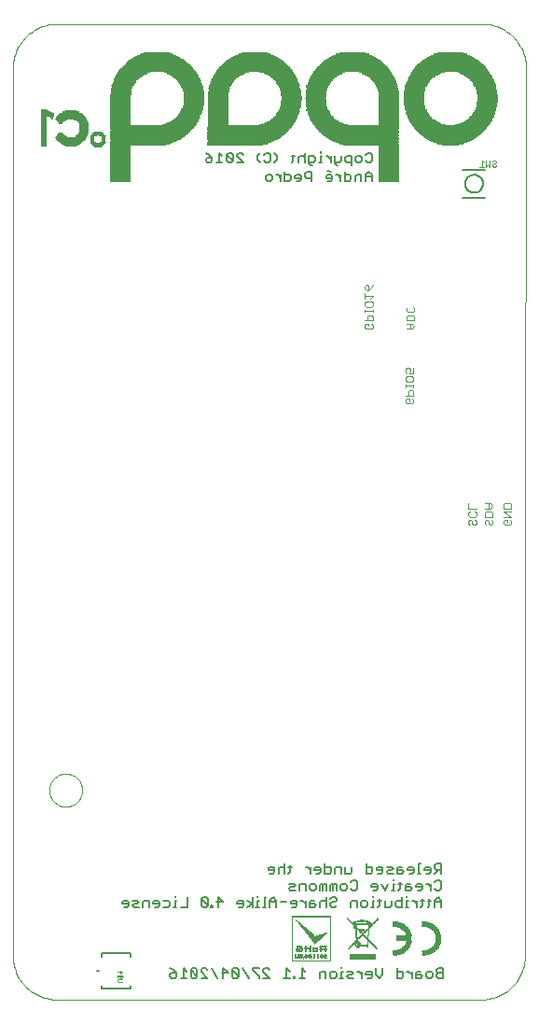
<source format=gbo>
G75*
G70*
%OFA0B0*%
%FSLAX24Y24*%
%IPPOS*%
%LPD*%
%AMOC8*
5,1,8,0,0,1.08239X$1,22.5*
%
%ADD10C,0.0000*%
%ADD11R,0.0720X0.0018*%
%ADD12R,0.0252X0.0018*%
%ADD13R,0.0270X0.0018*%
%ADD14R,0.0342X0.0018*%
%ADD15R,0.0378X0.0018*%
%ADD16R,0.0198X0.0018*%
%ADD17R,0.0414X0.0018*%
%ADD18R,0.0630X0.0018*%
%ADD19R,0.1980X0.0018*%
%ADD20R,0.1998X0.0018*%
%ADD21R,0.0558X0.0018*%
%ADD22R,0.0684X0.0018*%
%ADD23R,0.2016X0.0018*%
%ADD24R,0.2034X0.0018*%
%ADD25R,0.2034X0.0018*%
%ADD26R,0.0450X0.0018*%
%ADD27R,0.0594X0.0018*%
%ADD28R,0.0936X0.0018*%
%ADD29R,0.2124X0.0018*%
%ADD30R,0.2142X0.0018*%
%ADD31R,0.0486X0.0018*%
%ADD32R,0.0666X0.0018*%
%ADD33R,0.0972X0.0018*%
%ADD34R,0.2160X0.0018*%
%ADD35R,0.2178X0.0018*%
%ADD36R,0.0234X0.0018*%
%ADD37R,0.0702X0.0018*%
%ADD38R,0.1170X0.0018*%
%ADD39R,0.2250X0.0018*%
%ADD40R,0.0180X0.0018*%
%ADD41R,0.0162X0.0018*%
%ADD42R,0.0774X0.0018*%
%ADD43R,0.1188X0.0018*%
%ADD44R,0.2286X0.0018*%
%ADD45R,0.2268X0.0018*%
%ADD46R,0.0810X0.0018*%
%ADD47R,0.1332X0.0018*%
%ADD48R,0.2340X0.0018*%
%ADD49R,0.2358X0.0018*%
%ADD50R,0.0846X0.0018*%
%ADD51R,0.1368X0.0018*%
%ADD52R,0.0900X0.0018*%
%ADD53R,0.1476X0.0018*%
%ADD54R,0.2412X0.0018*%
%ADD55R,0.2430X0.0018*%
%ADD56R,0.0144X0.0018*%
%ADD57R,0.0918X0.0018*%
%ADD58R,0.1530X0.0018*%
%ADD59R,0.0144X0.0018*%
%ADD60R,0.1602X0.0018*%
%ADD61R,0.2466X0.0018*%
%ADD62R,0.2502X0.0018*%
%ADD63R,0.2484X0.0018*%
%ADD64R,0.0990X0.0018*%
%ADD65R,0.1656X0.0018*%
%ADD66R,0.1044X0.0018*%
%ADD67R,0.1728X0.0018*%
%ADD68R,0.2520X0.0018*%
%ADD69R,0.2556X0.0018*%
%ADD70R,0.2538X0.0018*%
%ADD71R,0.1062X0.0018*%
%ADD72R,0.1764X0.0018*%
%ADD73R,0.2574X0.0018*%
%ADD74R,0.1080X0.0018*%
%ADD75R,0.1854X0.0018*%
%ADD76R,0.2592X0.0018*%
%ADD77R,0.2592X0.0018*%
%ADD78R,0.0504X0.0018*%
%ADD79R,0.1890X0.0018*%
%ADD80R,0.2610X0.0018*%
%ADD81R,0.1944X0.0018*%
%ADD82R,0.2628X0.0018*%
%ADD83R,0.2646X0.0018*%
%ADD84R,0.2682X0.0018*%
%ADD85R,0.2664X0.0018*%
%ADD86R,0.0396X0.0018*%
%ADD87R,0.0342X0.0018*%
%ADD88R,0.2682X0.0018*%
%ADD89R,0.2700X0.0018*%
%ADD90R,0.0216X0.0018*%
%ADD91R,0.0288X0.0018*%
%ADD92R,0.2088X0.0018*%
%ADD93R,0.2718X0.0018*%
%ADD94R,0.0252X0.0018*%
%ADD95R,0.2736X0.0018*%
%ADD96R,0.0468X0.0018*%
%ADD97R,0.0360X0.0018*%
%ADD98R,0.2754X0.0018*%
%ADD99R,0.2754X0.0018*%
%ADD100R,0.0432X0.0018*%
%ADD101R,0.2196X0.0018*%
%ADD102R,0.2772X0.0018*%
%ADD103R,0.0126X0.0018*%
%ADD104R,0.2790X0.0018*%
%ADD105R,0.2808X0.0018*%
%ADD106R,0.2826X0.0018*%
%ADD107R,0.0306X0.0018*%
%ADD108R,0.0090X0.0018*%
%ADD109R,0.2322X0.0018*%
%ADD110R,0.2844X0.0018*%
%ADD111R,0.2844X0.0018*%
%ADD112R,0.2862X0.0018*%
%ADD113R,0.2394X0.0018*%
%ADD114R,0.2862X0.0018*%
%ADD115R,0.2880X0.0018*%
%ADD116R,0.0324X0.0018*%
%ADD117R,0.2898X0.0018*%
%ADD118R,0.2916X0.0018*%
%ADD119R,0.2934X0.0018*%
%ADD120R,0.2934X0.0018*%
%ADD121R,0.2952X0.0018*%
%ADD122R,0.2952X0.0018*%
%ADD123R,0.2970X0.0018*%
%ADD124R,0.2988X0.0018*%
%ADD125R,0.3006X0.0018*%
%ADD126R,0.3024X0.0018*%
%ADD127R,0.3024X0.0018*%
%ADD128R,0.0738X0.0018*%
%ADD129R,0.1278X0.0018*%
%ADD130R,0.1296X0.0018*%
%ADD131R,0.1206X0.0018*%
%ADD132R,0.1224X0.0018*%
%ADD133R,0.1134X0.0018*%
%ADD134R,0.1134X0.0018*%
%ADD135R,0.1116X0.0018*%
%ADD136R,0.1098X0.0018*%
%ADD137R,0.0018X0.0018*%
%ADD138R,0.0108X0.0018*%
%ADD139R,0.1026X0.0018*%
%ADD140R,0.0324X0.0018*%
%ADD141R,0.1008X0.0018*%
%ADD142R,0.0972X0.0018*%
%ADD143R,0.0954X0.0018*%
%ADD144R,0.0954X0.0018*%
%ADD145R,0.0882X0.0018*%
%ADD146R,0.0882X0.0018*%
%ADD147R,0.0864X0.0018*%
%ADD148R,0.0864X0.0018*%
%ADD149R,0.0072X0.0018*%
%ADD150R,0.0828X0.0018*%
%ADD151R,0.0432X0.0018*%
%ADD152R,0.0792X0.0018*%
%ADD153R,0.0792X0.0018*%
%ADD154R,0.0414X0.0018*%
%ADD155R,0.0756X0.0018*%
%ADD156R,0.0774X0.0018*%
%ADD157R,0.0576X0.0018*%
%ADD158R,0.1062X0.0018*%
%ADD159R,0.1152X0.0018*%
%ADD160R,0.1152X0.0018*%
%ADD161R,0.2574X0.0018*%
%ADD162R,0.2502X0.0018*%
%ADD163R,0.2448X0.0018*%
%ADD164R,0.2376X0.0018*%
%ADD165R,0.2322X0.0018*%
%ADD166R,0.2304X0.0018*%
%ADD167R,0.2214X0.0018*%
%ADD168R,0.2142X0.0018*%
%ADD169R,0.2070X0.0018*%
%ADD170R,0.2052X0.0018*%
%ADD171R,0.1962X0.0018*%
%ADD172R,0.1872X0.0018*%
%ADD173R,0.1764X0.0018*%
%ADD174R,0.1746X0.0018*%
%ADD175R,0.1620X0.0018*%
%ADD176R,0.1512X0.0018*%
%ADD177R,0.1494X0.0018*%
%ADD178R,0.1386X0.0018*%
%ADD179R,0.1350X0.0018*%
%ADD180R,0.1332X0.0018*%
%ADD181C,0.0070*%
%ADD182C,0.0060*%
%ADD183R,0.1360X0.0010*%
%ADD184R,0.1370X0.0010*%
%ADD185R,0.0020X0.0010*%
%ADD186R,0.0030X0.0010*%
%ADD187R,0.0910X0.0010*%
%ADD188R,0.0010X0.0010*%
%ADD189R,0.0110X0.0010*%
%ADD190R,0.0050X0.0010*%
%ADD191R,0.0100X0.0010*%
%ADD192R,0.0060X0.0010*%
%ADD193R,0.0070X0.0010*%
%ADD194R,0.0040X0.0010*%
%ADD195R,0.0080X0.0010*%
%ADD196R,0.0090X0.0010*%
%ADD197R,0.0160X0.0010*%
%ADD198R,0.0210X0.0010*%
%ADD199R,0.0250X0.0010*%
%ADD200R,0.0280X0.0010*%
%ADD201R,0.0300X0.0010*%
%ADD202R,0.0900X0.0010*%
%ADD203R,0.0320X0.0010*%
%ADD204R,0.0330X0.0010*%
%ADD205R,0.0340X0.0010*%
%ADD206R,0.0350X0.0010*%
%ADD207R,0.0360X0.0010*%
%ADD208R,0.0370X0.0010*%
%ADD209R,0.0380X0.0010*%
%ADD210R,0.0400X0.0010*%
%ADD211R,0.0410X0.0010*%
%ADD212R,0.0420X0.0010*%
%ADD213R,0.0430X0.0010*%
%ADD214R,0.0440X0.0010*%
%ADD215R,0.0140X0.0010*%
%ADD216R,0.0450X0.0010*%
%ADD217R,0.0460X0.0010*%
%ADD218R,0.0170X0.0010*%
%ADD219R,0.0200X0.0010*%
%ADD220R,0.0470X0.0010*%
%ADD221R,0.0190X0.0010*%
%ADD222R,0.0220X0.0010*%
%ADD223R,0.0480X0.0010*%
%ADD224R,0.0240X0.0010*%
%ADD225R,0.0490X0.0010*%
%ADD226R,0.0120X0.0010*%
%ADD227R,0.0310X0.0010*%
%ADD228R,0.0290X0.0010*%
%ADD229R,0.0270X0.0010*%
%ADD230R,0.0260X0.0010*%
%ADD231R,0.0180X0.0010*%
%ADD232R,0.0150X0.0010*%
%ADD233R,0.0230X0.0010*%
%ADD234R,0.0130X0.0010*%
%ADD235R,0.0550X0.0010*%
%ADD236R,0.0560X0.0010*%
%ADD237R,0.0510X0.0010*%
%ADD238R,0.0540X0.0010*%
%ADD239R,0.0500X0.0010*%
%ADD240R,0.0640X0.0010*%
%ADD241R,0.0390X0.0010*%
%ADD242R,0.0680X0.0010*%
%ADD243R,0.0690X0.0010*%
%ADD244R,0.0650X0.0010*%
%ADD245R,0.0660X0.0010*%
%ADD246C,0.0080*%
%ADD247C,0.0020*%
%ADD248C,0.0040*%
%ADD249C,0.0010*%
D10*
X013333Y009043D02*
X013333Y040736D01*
X013335Y040813D01*
X013341Y040890D01*
X013350Y040967D01*
X013363Y041043D01*
X013380Y041119D01*
X013401Y041193D01*
X013425Y041267D01*
X013453Y041339D01*
X013484Y041409D01*
X013519Y041478D01*
X013557Y041546D01*
X013598Y041611D01*
X013643Y041674D01*
X013691Y041735D01*
X013741Y041794D01*
X013794Y041850D01*
X013850Y041903D01*
X013909Y041953D01*
X013970Y042001D01*
X014033Y042046D01*
X014098Y042087D01*
X014166Y042125D01*
X014235Y042160D01*
X014305Y042191D01*
X014377Y042219D01*
X014451Y042243D01*
X014525Y042264D01*
X014601Y042281D01*
X014677Y042294D01*
X014754Y042303D01*
X014831Y042309D01*
X014908Y042311D01*
X030105Y042311D01*
X030182Y042309D01*
X030259Y042303D01*
X030336Y042294D01*
X030412Y042281D01*
X030488Y042264D01*
X030562Y042243D01*
X030636Y042219D01*
X030708Y042191D01*
X030778Y042160D01*
X030847Y042125D01*
X030915Y042087D01*
X030980Y042046D01*
X031043Y042001D01*
X031104Y041953D01*
X031163Y041903D01*
X031219Y041850D01*
X031272Y041794D01*
X031322Y041735D01*
X031370Y041674D01*
X031415Y041611D01*
X031456Y041546D01*
X031494Y041478D01*
X031529Y041409D01*
X031560Y041339D01*
X031588Y041267D01*
X031612Y041193D01*
X031633Y041119D01*
X031650Y041043D01*
X031663Y040967D01*
X031672Y040890D01*
X031678Y040813D01*
X031680Y040736D01*
X031640Y023925D01*
X031640Y009043D01*
X031641Y009043D02*
X031639Y008966D01*
X031633Y008889D01*
X031624Y008812D01*
X031611Y008736D01*
X031594Y008660D01*
X031573Y008586D01*
X031549Y008512D01*
X031521Y008440D01*
X031490Y008370D01*
X031455Y008301D01*
X031417Y008233D01*
X031376Y008168D01*
X031331Y008105D01*
X031283Y008044D01*
X031233Y007985D01*
X031180Y007929D01*
X031124Y007876D01*
X031065Y007826D01*
X031004Y007778D01*
X030941Y007733D01*
X030876Y007692D01*
X030808Y007654D01*
X030739Y007619D01*
X030669Y007588D01*
X030597Y007560D01*
X030523Y007536D01*
X030449Y007515D01*
X030373Y007498D01*
X030297Y007485D01*
X030220Y007476D01*
X030143Y007470D01*
X030066Y007468D01*
X030066Y007469D02*
X014908Y007469D01*
X014908Y007468D02*
X014831Y007470D01*
X014754Y007476D01*
X014677Y007485D01*
X014601Y007498D01*
X014525Y007515D01*
X014451Y007536D01*
X014377Y007560D01*
X014305Y007588D01*
X014235Y007619D01*
X014166Y007654D01*
X014098Y007692D01*
X014033Y007733D01*
X013970Y007778D01*
X013909Y007826D01*
X013850Y007876D01*
X013794Y007929D01*
X013741Y007985D01*
X013691Y008044D01*
X013643Y008105D01*
X013598Y008168D01*
X013557Y008233D01*
X013519Y008301D01*
X013484Y008370D01*
X013453Y008440D01*
X013425Y008512D01*
X013401Y008586D01*
X013380Y008660D01*
X013363Y008736D01*
X013350Y008812D01*
X013341Y008889D01*
X013335Y008966D01*
X013333Y009043D01*
X014632Y014949D02*
X014634Y014997D01*
X014640Y015045D01*
X014650Y015092D01*
X014663Y015138D01*
X014681Y015183D01*
X014701Y015227D01*
X014726Y015269D01*
X014754Y015308D01*
X014784Y015345D01*
X014818Y015379D01*
X014855Y015411D01*
X014893Y015440D01*
X014934Y015465D01*
X014977Y015487D01*
X015022Y015505D01*
X015068Y015519D01*
X015115Y015530D01*
X015163Y015537D01*
X015211Y015540D01*
X015259Y015539D01*
X015307Y015534D01*
X015355Y015525D01*
X015401Y015513D01*
X015446Y015496D01*
X015490Y015476D01*
X015532Y015453D01*
X015572Y015426D01*
X015610Y015396D01*
X015645Y015363D01*
X015677Y015327D01*
X015707Y015289D01*
X015733Y015248D01*
X015755Y015205D01*
X015775Y015161D01*
X015790Y015116D01*
X015802Y015069D01*
X015810Y015021D01*
X015814Y014973D01*
X015814Y014925D01*
X015810Y014877D01*
X015802Y014829D01*
X015790Y014782D01*
X015775Y014737D01*
X015755Y014693D01*
X015733Y014650D01*
X015707Y014609D01*
X015677Y014571D01*
X015645Y014535D01*
X015610Y014502D01*
X015572Y014472D01*
X015532Y014445D01*
X015490Y014422D01*
X015446Y014402D01*
X015401Y014385D01*
X015355Y014373D01*
X015307Y014364D01*
X015259Y014359D01*
X015211Y014358D01*
X015163Y014361D01*
X015115Y014368D01*
X015068Y014379D01*
X015022Y014393D01*
X014977Y014411D01*
X014934Y014433D01*
X014893Y014458D01*
X014855Y014487D01*
X014818Y014519D01*
X014784Y014553D01*
X014754Y014590D01*
X014726Y014629D01*
X014701Y014671D01*
X014681Y014715D01*
X014663Y014760D01*
X014650Y014806D01*
X014640Y014853D01*
X014634Y014901D01*
X014632Y014949D01*
D11*
X017176Y036661D03*
X017176Y036679D03*
X017176Y036697D03*
X017176Y036715D03*
X017176Y036733D03*
X017176Y036751D03*
X017176Y036769D03*
X017176Y036787D03*
X017176Y036805D03*
X017176Y036823D03*
X017176Y036841D03*
X017176Y036859D03*
X017176Y036877D03*
X017176Y036895D03*
X017176Y036913D03*
X017176Y036931D03*
X017176Y036949D03*
X017176Y036967D03*
X017176Y036985D03*
X017176Y037003D03*
X017176Y037021D03*
X017176Y037039D03*
X017176Y037057D03*
X017176Y037075D03*
X017176Y037093D03*
X017176Y037111D03*
X017176Y037129D03*
X017176Y037147D03*
X017176Y037165D03*
X017176Y037183D03*
X017176Y037201D03*
X017176Y037219D03*
X017176Y037237D03*
X017176Y037255D03*
X017176Y037273D03*
X017176Y037291D03*
X017176Y037309D03*
X017176Y037327D03*
X017176Y037345D03*
X017176Y037363D03*
X017176Y037381D03*
X017176Y037399D03*
X017176Y037417D03*
X017176Y037435D03*
X017176Y037453D03*
X017176Y037471D03*
X017176Y037489D03*
X017176Y037507D03*
X017176Y037525D03*
X017176Y037543D03*
X017176Y037561D03*
X017176Y037579D03*
X017176Y037597D03*
X017176Y037615D03*
X017176Y037633D03*
X017176Y037651D03*
X017176Y037669D03*
X017176Y037687D03*
X017176Y037705D03*
X017176Y037723D03*
X017176Y037741D03*
X017176Y037759D03*
X017176Y037777D03*
X017176Y037795D03*
X017176Y037813D03*
X017176Y037831D03*
X017176Y037849D03*
X017176Y037867D03*
X017176Y037885D03*
X017176Y037903D03*
X017176Y037921D03*
X017176Y037939D03*
X017176Y037957D03*
X017176Y038695D03*
X017176Y038713D03*
X017176Y038731D03*
X017176Y038749D03*
X017176Y038767D03*
X017176Y038785D03*
X017176Y038803D03*
X017176Y038821D03*
X017176Y038839D03*
X017176Y038857D03*
X017176Y038875D03*
X017176Y038893D03*
X017176Y038911D03*
X017176Y038929D03*
X017176Y038947D03*
X017176Y038965D03*
X017176Y038983D03*
X017176Y039001D03*
X017176Y039019D03*
X017176Y039037D03*
X017176Y039055D03*
X017176Y039073D03*
X017176Y039091D03*
X017176Y039109D03*
X017176Y039127D03*
X017176Y039145D03*
X017176Y039163D03*
X017176Y039181D03*
X017176Y039199D03*
X017176Y039217D03*
X017176Y039235D03*
X017176Y039253D03*
X017176Y039271D03*
X017176Y039289D03*
X017176Y039307D03*
X017176Y039325D03*
X017176Y039343D03*
X017176Y039361D03*
X017176Y039379D03*
X017176Y039397D03*
X017176Y039415D03*
X017176Y039433D03*
X017176Y039451D03*
X017176Y039469D03*
X017176Y039487D03*
X017176Y039505D03*
X017176Y039523D03*
X017176Y039541D03*
X017176Y039559D03*
X017176Y039577D03*
X017176Y039595D03*
X017176Y039613D03*
X017176Y039631D03*
X017176Y039649D03*
X017176Y039667D03*
X017176Y039685D03*
X017176Y039703D03*
X017194Y039775D03*
X017194Y039793D03*
X017194Y039811D03*
X017194Y039829D03*
X017194Y039847D03*
X017194Y039865D03*
X017194Y039883D03*
X015394Y039109D03*
X019804Y039631D03*
X019804Y039649D03*
X020668Y039811D03*
X020668Y039829D03*
X023260Y039829D03*
X023260Y039847D03*
X023260Y039865D03*
X023260Y039883D03*
X023260Y039901D03*
X023260Y039919D03*
X023278Y039793D03*
X023278Y039775D03*
X023296Y039703D03*
X023296Y039685D03*
X023296Y039667D03*
X023296Y039649D03*
X023296Y039631D03*
X023296Y039613D03*
X023296Y039595D03*
X023296Y039577D03*
X023296Y039559D03*
X023278Y039505D03*
X023278Y039487D03*
X023278Y039469D03*
X023260Y039451D03*
X023260Y039433D03*
X023260Y039415D03*
X023260Y039397D03*
X023260Y039379D03*
X023260Y039361D03*
X023260Y039343D03*
X024160Y039523D03*
X024160Y039541D03*
X024160Y039559D03*
X024160Y039577D03*
X024160Y039595D03*
X024160Y039613D03*
X024160Y039649D03*
X024160Y039667D03*
X024160Y039685D03*
X024160Y039703D03*
X024160Y039721D03*
X024160Y039739D03*
X024160Y039757D03*
X026734Y039955D03*
X026734Y039973D03*
X026770Y039847D03*
X026770Y039829D03*
X026770Y039811D03*
X026770Y039793D03*
X026770Y039775D03*
X026770Y039757D03*
X026770Y039739D03*
X026770Y039721D03*
X026770Y039703D03*
X026770Y039685D03*
X026770Y039667D03*
X026770Y039649D03*
X026770Y039631D03*
X026770Y039613D03*
X026770Y039595D03*
X026770Y039577D03*
X026770Y039559D03*
X026770Y039541D03*
X026770Y039523D03*
X026770Y039505D03*
X026770Y039487D03*
X026770Y039469D03*
X026770Y039451D03*
X026770Y039433D03*
X026770Y039415D03*
X026770Y039397D03*
X026770Y039379D03*
X026770Y039361D03*
X026770Y039343D03*
X026770Y039325D03*
X026770Y039307D03*
X026770Y039289D03*
X026770Y039271D03*
X026770Y039253D03*
X026770Y039235D03*
X026770Y039217D03*
X026770Y039199D03*
X026770Y039181D03*
X026770Y039163D03*
X026770Y039145D03*
X026770Y039127D03*
X026770Y039109D03*
X026770Y039091D03*
X026770Y039073D03*
X026770Y039055D03*
X026770Y039037D03*
X026770Y039019D03*
X026770Y039001D03*
X026770Y038983D03*
X026770Y038965D03*
X026770Y038947D03*
X026770Y038929D03*
X026770Y038911D03*
X026770Y038893D03*
X026770Y038875D03*
X026770Y038857D03*
X026770Y038839D03*
X026770Y038821D03*
X026770Y038803D03*
X026770Y038785D03*
X026770Y038767D03*
X026770Y038749D03*
X026770Y038731D03*
X026770Y038713D03*
X026770Y038695D03*
X026770Y038677D03*
X026770Y037957D03*
X026770Y037939D03*
X026770Y037921D03*
X026770Y037903D03*
X026770Y037885D03*
X026770Y037867D03*
X026770Y037849D03*
X026770Y037831D03*
X026770Y037813D03*
X026770Y037795D03*
X026770Y037777D03*
X026770Y037759D03*
X026770Y037741D03*
X026770Y037723D03*
X026770Y037705D03*
X026770Y037687D03*
X026770Y037669D03*
X026770Y037651D03*
X026770Y037633D03*
X026770Y037615D03*
X026770Y037597D03*
X026770Y037579D03*
X026770Y037561D03*
X026770Y037543D03*
X026770Y037525D03*
X026770Y037507D03*
X026770Y037489D03*
X026770Y037471D03*
X026770Y037453D03*
X026770Y037435D03*
X026770Y037417D03*
X026770Y037399D03*
X026770Y037381D03*
X026770Y037363D03*
X026770Y037345D03*
X026770Y037327D03*
X026770Y037309D03*
X026770Y037291D03*
X026770Y037273D03*
X026770Y037255D03*
X026770Y037237D03*
X026770Y037219D03*
X026770Y037201D03*
X026770Y037183D03*
X026770Y037165D03*
X026770Y037147D03*
X026770Y037129D03*
X026770Y037111D03*
X026770Y037093D03*
X026770Y037075D03*
X026770Y037057D03*
X026770Y037039D03*
X026770Y037021D03*
X026770Y037003D03*
X026770Y036985D03*
X026770Y036967D03*
X026770Y036949D03*
X026770Y036931D03*
X026770Y036913D03*
X026770Y036895D03*
X026770Y036877D03*
X026770Y036859D03*
X026770Y036841D03*
X026770Y036823D03*
X026770Y036805D03*
X026770Y036787D03*
X026770Y036769D03*
X026770Y036751D03*
X026770Y036733D03*
X026770Y036715D03*
X026770Y036697D03*
X026770Y036679D03*
X026770Y036661D03*
X027706Y039307D03*
X027706Y039325D03*
X027706Y039343D03*
X027670Y039433D03*
X027670Y039451D03*
X027670Y039469D03*
X027670Y039487D03*
X027670Y039505D03*
X027670Y039523D03*
X027670Y039541D03*
X027670Y039559D03*
X027670Y039577D03*
X027670Y039595D03*
X027670Y039613D03*
X027670Y039631D03*
X027670Y039649D03*
X027670Y039667D03*
X027670Y039685D03*
X027670Y039703D03*
X027670Y039721D03*
X027670Y039739D03*
X027670Y039757D03*
X027670Y039775D03*
X027670Y039793D03*
X027670Y039811D03*
X027670Y039829D03*
X027706Y039937D03*
X027706Y039955D03*
X030298Y039775D03*
X030298Y039757D03*
X030298Y039739D03*
X030298Y039721D03*
X030298Y039703D03*
X030298Y039685D03*
X030298Y039667D03*
X030298Y039649D03*
X030298Y039631D03*
X030298Y039613D03*
X030298Y039595D03*
X030298Y039577D03*
X030298Y039559D03*
X030298Y039541D03*
X030298Y039523D03*
X030298Y039505D03*
D12*
X016384Y037903D03*
D13*
X016375Y037921D03*
X016375Y038425D03*
X014485Y039181D03*
D14*
X015835Y038785D03*
X015835Y038767D03*
X015835Y038371D03*
X015835Y038353D03*
X016375Y037939D03*
D15*
X016375Y037957D03*
X016375Y038389D03*
X015817Y038317D03*
X015799Y038299D03*
X015817Y038821D03*
X015799Y038839D03*
X015403Y039199D03*
X015061Y038875D03*
X015061Y038263D03*
X015403Y037939D03*
D16*
X014449Y037939D03*
X014449Y037957D03*
X014449Y037975D03*
X014449Y037993D03*
X014449Y038011D03*
X014449Y038029D03*
X014449Y038047D03*
X014449Y038065D03*
X014449Y038083D03*
X014449Y038101D03*
X014449Y038119D03*
X014449Y038137D03*
X014449Y038155D03*
X014449Y038173D03*
X014449Y038191D03*
X014449Y038209D03*
X014449Y038227D03*
X014449Y038245D03*
X014449Y038263D03*
X014449Y038281D03*
X014449Y038299D03*
X014449Y038317D03*
X014449Y038335D03*
X014449Y038353D03*
X014449Y038371D03*
X014449Y038389D03*
X014449Y038407D03*
X014449Y038425D03*
X014449Y038443D03*
X014449Y038461D03*
X014449Y038479D03*
X014449Y038497D03*
X014449Y038515D03*
X014449Y038533D03*
X014449Y038551D03*
X014449Y038569D03*
X014449Y038587D03*
X014449Y038605D03*
X014449Y038623D03*
X014449Y038641D03*
X014449Y038659D03*
X014449Y038677D03*
X014449Y038695D03*
X014449Y038713D03*
X014449Y038731D03*
X014449Y038749D03*
X014449Y038767D03*
X014449Y038785D03*
X014449Y038803D03*
X014449Y038821D03*
X014449Y038839D03*
X014449Y038857D03*
X014449Y038875D03*
X014449Y038893D03*
X014449Y038911D03*
X014449Y038929D03*
X014449Y038947D03*
X014449Y038965D03*
X014449Y038983D03*
X014449Y039217D03*
X014449Y039235D03*
X016375Y038443D03*
D17*
X016375Y037975D03*
X015763Y038263D03*
X015403Y037957D03*
D18*
X015403Y039127D03*
X015403Y039145D03*
X028975Y037975D03*
D19*
X028984Y038281D03*
X028984Y040981D03*
X026140Y037975D03*
X025474Y040981D03*
X018490Y040981D03*
D20*
X017815Y037975D03*
X021289Y037975D03*
X021973Y040981D03*
D21*
X015655Y038227D03*
X015403Y037975D03*
D22*
X028984Y037993D03*
D23*
X028984Y038299D03*
X026122Y037993D03*
D24*
X021307Y037993D03*
D25*
X021973Y040963D03*
X025465Y040963D03*
X017833Y037993D03*
D26*
X016375Y037993D03*
X015745Y038875D03*
X015079Y038893D03*
X015079Y038245D03*
X014575Y039037D03*
X014575Y039055D03*
X014575Y039073D03*
X014575Y039091D03*
D27*
X015385Y037993D03*
D28*
X017482Y040423D03*
X018490Y041251D03*
X018490Y041269D03*
X019498Y040423D03*
X019516Y040405D03*
X020956Y040405D03*
X021964Y041251D03*
X024448Y040423D03*
X025474Y041251D03*
X026482Y040423D03*
X027958Y040405D03*
X027958Y038857D03*
X027976Y038839D03*
X027994Y038821D03*
X028966Y038011D03*
X029992Y038839D03*
X019516Y038857D03*
X019498Y038839D03*
D29*
X018490Y040927D03*
X026068Y038011D03*
X028984Y038335D03*
X028984Y040927D03*
D30*
X021973Y040927D03*
X021361Y038011D03*
X017887Y038011D03*
D31*
X016375Y038011D03*
X016375Y038317D03*
X015727Y038245D03*
X015727Y038893D03*
D32*
X015403Y038011D03*
D33*
X015394Y038137D03*
X015394Y039001D03*
X022954Y040459D03*
X028984Y041233D03*
X029974Y040441D03*
X028984Y038029D03*
D34*
X028984Y038353D03*
X026050Y038029D03*
X021964Y040909D03*
X018490Y040909D03*
D35*
X017905Y038029D03*
X021379Y038029D03*
X025465Y040909D03*
X028975Y040909D03*
D36*
X016501Y038029D03*
X016249Y038029D03*
X015061Y038821D03*
D37*
X015403Y038029D03*
X017167Y038677D03*
X023287Y039523D03*
X023287Y039541D03*
X023287Y039721D03*
X023287Y039739D03*
X023287Y039757D03*
X024151Y039631D03*
D38*
X025465Y041215D03*
X028183Y040567D03*
X028975Y041215D03*
X028975Y038047D03*
X022783Y040567D03*
D39*
X021973Y040873D03*
X021415Y038047D03*
X018499Y040873D03*
X017941Y038047D03*
X025465Y040873D03*
X026005Y038065D03*
X026005Y038047D03*
X028975Y038389D03*
X028975Y040873D03*
D40*
X016564Y038281D03*
X016564Y038065D03*
X016546Y038047D03*
X016204Y038065D03*
X016204Y038281D03*
X015052Y038353D03*
X014692Y038983D03*
D41*
X014701Y038965D03*
X015061Y038785D03*
X016177Y038263D03*
X016177Y038245D03*
X016177Y038227D03*
X016177Y038209D03*
X016177Y038119D03*
X016177Y038101D03*
X016177Y038083D03*
X016213Y038047D03*
X016573Y038083D03*
X016573Y038101D03*
X016573Y038245D03*
X016573Y038263D03*
D42*
X015403Y038047D03*
X015403Y039091D03*
X017275Y040099D03*
X017275Y040117D03*
X019705Y040117D03*
X019705Y040099D03*
X019723Y040081D03*
X019741Y040063D03*
X019741Y040045D03*
X019741Y040027D03*
X019705Y040135D03*
X019741Y039253D03*
X019741Y039235D03*
X019741Y039217D03*
X019705Y039163D03*
X019705Y039145D03*
X020713Y039991D03*
X020713Y040009D03*
X020749Y040063D03*
X020749Y040081D03*
X020749Y040099D03*
X020785Y040171D03*
X023179Y040153D03*
X023179Y040135D03*
X023179Y039127D03*
X023161Y039109D03*
X024223Y039199D03*
X024223Y039217D03*
X024223Y039235D03*
X024241Y039181D03*
X024259Y039163D03*
X024259Y039145D03*
X024259Y039127D03*
X024223Y040027D03*
X024223Y040045D03*
X024223Y040063D03*
X024223Y040081D03*
X024241Y040099D03*
X024259Y040117D03*
X024259Y040135D03*
X026671Y040135D03*
X027733Y040063D03*
X027751Y040081D03*
X027769Y040117D03*
X027769Y040135D03*
X027733Y039217D03*
X027769Y039145D03*
X030181Y039145D03*
X030181Y039127D03*
X030181Y039109D03*
X030199Y040117D03*
X030181Y040135D03*
X030181Y040153D03*
D43*
X028984Y041197D03*
X028984Y038065D03*
X025474Y041197D03*
X021982Y041197D03*
X021172Y040567D03*
X018490Y041197D03*
D44*
X018499Y040855D03*
X021433Y038065D03*
X022189Y038659D03*
X021973Y040855D03*
X025465Y040855D03*
X028975Y038407D03*
D45*
X017950Y038065D03*
D46*
X019651Y039037D03*
X019651Y039055D03*
X019687Y039109D03*
X019687Y040153D03*
X019687Y040171D03*
X019651Y040207D03*
X019651Y040225D03*
X020767Y040135D03*
X020803Y040189D03*
X020803Y040207D03*
X023125Y040243D03*
X023143Y040207D03*
X024277Y040189D03*
X024277Y040171D03*
X024295Y040207D03*
X024313Y040225D03*
X024313Y040243D03*
X024277Y039091D03*
X024313Y039037D03*
X024313Y039019D03*
X023143Y039055D03*
X023125Y039037D03*
X023125Y039019D03*
X023107Y039001D03*
X026617Y040243D03*
X026635Y040207D03*
X027823Y040225D03*
X027805Y039073D03*
X027823Y039037D03*
X030127Y039019D03*
X030163Y039073D03*
X030163Y040189D03*
X030163Y040207D03*
X030145Y040225D03*
X030127Y040243D03*
X017347Y040243D03*
X017329Y040225D03*
X017329Y040207D03*
X015403Y038065D03*
D47*
X018490Y041179D03*
X028984Y041179D03*
X028984Y038083D03*
D48*
X028984Y038443D03*
X025960Y038083D03*
X017986Y038083D03*
D49*
X017995Y038101D03*
X018499Y040819D03*
X021469Y038101D03*
X021469Y038083D03*
X021973Y040819D03*
X025465Y040819D03*
X025951Y038101D03*
D50*
X024367Y038947D03*
X024367Y038965D03*
X024331Y039001D03*
X023089Y038965D03*
X023071Y038947D03*
X023089Y040297D03*
X024331Y040279D03*
X024331Y040261D03*
X024349Y040297D03*
X024367Y040315D03*
X026563Y040315D03*
X026581Y040297D03*
X026599Y040279D03*
X027877Y040315D03*
X027877Y038947D03*
X030073Y038947D03*
X030091Y038965D03*
X030109Y038983D03*
X030109Y040279D03*
X030073Y040315D03*
X020857Y040297D03*
X020821Y040243D03*
X019633Y040261D03*
X019597Y040297D03*
X019597Y040315D03*
X019597Y038965D03*
X019597Y038947D03*
X017383Y040297D03*
X017383Y040315D03*
X015403Y039055D03*
X015403Y038083D03*
D51*
X018490Y041161D03*
X021964Y041161D03*
X028984Y041161D03*
X028984Y038101D03*
D52*
X027940Y038875D03*
X027940Y040387D03*
X030028Y040387D03*
X030046Y040369D03*
X024412Y040369D03*
X023026Y040369D03*
X023026Y040387D03*
X023026Y038893D03*
X023008Y038875D03*
X024412Y038893D03*
X019534Y038875D03*
X019552Y040369D03*
X019534Y040387D03*
X017446Y040387D03*
X017428Y040369D03*
X015394Y038101D03*
D53*
X028984Y038119D03*
X028984Y041143D03*
D54*
X028984Y038479D03*
X025924Y038119D03*
D55*
X025915Y038137D03*
X025465Y040783D03*
X021973Y040783D03*
X021505Y038137D03*
X021505Y038119D03*
X018499Y040783D03*
X018031Y038137D03*
X018031Y038119D03*
D56*
X016582Y038119D03*
X016582Y038137D03*
X016582Y038155D03*
X016582Y038173D03*
X016582Y038191D03*
X016582Y038209D03*
X016582Y038227D03*
X015052Y038767D03*
D57*
X015403Y039019D03*
X015403Y039037D03*
X015403Y038119D03*
X017473Y040405D03*
X020929Y040387D03*
X020965Y040423D03*
X021973Y041269D03*
X022981Y040423D03*
X022999Y040405D03*
X024439Y040405D03*
X025465Y041269D03*
X026491Y040405D03*
X024439Y038857D03*
X022999Y038857D03*
X022981Y038839D03*
X028975Y041269D03*
X030001Y040423D03*
X030001Y040405D03*
X030001Y038857D03*
D58*
X028975Y038137D03*
X028975Y041125D03*
X025465Y041125D03*
D59*
X016168Y038191D03*
X016168Y038173D03*
X016168Y038155D03*
X016168Y038137D03*
X014710Y038947D03*
D60*
X028993Y038155D03*
D61*
X028975Y038497D03*
X028975Y040765D03*
X025897Y038155D03*
X025465Y040765D03*
X021973Y040765D03*
X018499Y040765D03*
D62*
X018067Y038173D03*
X021541Y038173D03*
X021541Y038155D03*
X021973Y040747D03*
D63*
X018490Y040747D03*
X018058Y038155D03*
X025888Y038173D03*
X028984Y038515D03*
D64*
X028057Y038767D03*
X029929Y038785D03*
X029929Y040477D03*
X025465Y041233D03*
X022927Y040477D03*
X021973Y041233D03*
X021001Y040459D03*
X019435Y038785D03*
X017545Y040477D03*
X018499Y041233D03*
X015403Y038983D03*
X015403Y038155D03*
D65*
X018490Y041089D03*
X021964Y041089D03*
X025474Y041089D03*
X028984Y041089D03*
X028984Y038173D03*
D66*
X028084Y038749D03*
X028084Y040513D03*
X026356Y040513D03*
X024574Y040513D03*
X024574Y038749D03*
X022864Y038749D03*
X029884Y040513D03*
X015394Y038965D03*
X015394Y038173D03*
D67*
X018490Y041071D03*
X025474Y041071D03*
X028984Y038191D03*
D68*
X028984Y038533D03*
X025870Y038191D03*
D69*
X028984Y040711D03*
X021568Y038191D03*
X018490Y040711D03*
X018094Y038209D03*
D70*
X018085Y038191D03*
X018499Y040729D03*
X021973Y040729D03*
X025465Y040729D03*
X025465Y040711D03*
X025861Y038209D03*
X028975Y038551D03*
X028975Y040729D03*
D71*
X028093Y040531D03*
X026347Y040531D03*
X024583Y040531D03*
X022873Y040513D03*
X021091Y040531D03*
X021073Y040513D03*
X019381Y040513D03*
X019381Y038749D03*
X017617Y040531D03*
X015403Y038947D03*
X015403Y038191D03*
X029857Y040531D03*
D72*
X028984Y041053D03*
X028984Y038209D03*
X025474Y041053D03*
X018490Y041053D03*
D73*
X021577Y038209D03*
D74*
X022846Y038731D03*
X022846Y040531D03*
X019372Y040531D03*
X015394Y038929D03*
X015394Y038209D03*
D75*
X018499Y041035D03*
X021973Y041035D03*
X025465Y041035D03*
X028975Y041035D03*
X028975Y038227D03*
D76*
X028984Y038569D03*
X025834Y038227D03*
X018490Y040693D03*
D77*
X018112Y038227D03*
X021586Y038227D03*
D78*
X015106Y038227D03*
D79*
X025465Y041017D03*
X028975Y041017D03*
X028975Y038245D03*
D80*
X028975Y038587D03*
X028975Y040675D03*
X028975Y040693D03*
X025825Y038245D03*
X025465Y040675D03*
X025465Y040693D03*
X021973Y040675D03*
X021595Y038245D03*
X018121Y038245D03*
D81*
X018490Y040999D03*
X025474Y040999D03*
X028984Y040999D03*
X028984Y038263D03*
D82*
X028984Y038605D03*
X025816Y038263D03*
X018490Y040675D03*
D83*
X018139Y038263D03*
X021613Y038263D03*
X021973Y040657D03*
X025465Y040657D03*
X025807Y038281D03*
D84*
X021973Y040639D03*
X021631Y038281D03*
D85*
X018490Y040657D03*
X018148Y038281D03*
X028984Y038623D03*
X028984Y040657D03*
D86*
X016384Y038371D03*
X015772Y038281D03*
X015772Y038857D03*
X014548Y039127D03*
D87*
X014521Y039145D03*
X015061Y038281D03*
X015853Y038389D03*
X015871Y038407D03*
X015871Y038425D03*
X015871Y038443D03*
X015871Y038695D03*
X015871Y038713D03*
X015871Y038731D03*
D88*
X018499Y040639D03*
X025465Y040639D03*
X025465Y040621D03*
X025789Y038299D03*
X028975Y038641D03*
X028975Y040639D03*
D89*
X028984Y040621D03*
X025780Y038317D03*
X021640Y038299D03*
X018490Y040621D03*
X018166Y038299D03*
D90*
X016510Y038299D03*
X016240Y038299D03*
X015052Y038335D03*
X015052Y038803D03*
D91*
X015052Y038839D03*
X015052Y038299D03*
D92*
X018490Y040945D03*
X025474Y040945D03*
X028984Y040945D03*
X028984Y038317D03*
D93*
X025771Y038335D03*
X021973Y040603D03*
X021973Y040621D03*
X021649Y038317D03*
X018175Y038317D03*
D94*
X015052Y038317D03*
X014476Y039199D03*
D95*
X018184Y038335D03*
X018490Y040603D03*
X021658Y038335D03*
X025456Y040603D03*
X028984Y040603D03*
X028984Y038659D03*
D96*
X016384Y038335D03*
D97*
X015826Y038335D03*
X015826Y038803D03*
D98*
X018193Y038353D03*
X025753Y038353D03*
X025753Y038371D03*
D99*
X021667Y038353D03*
D100*
X016384Y038353D03*
X015394Y039181D03*
D101*
X018490Y040891D03*
X028984Y038371D03*
D102*
X021676Y038371D03*
X018202Y038371D03*
D103*
X015043Y038371D03*
X015043Y038389D03*
X015043Y038749D03*
D104*
X018211Y038389D03*
X021685Y038389D03*
X025735Y038389D03*
D105*
X025726Y038407D03*
X018220Y038407D03*
D106*
X021703Y038407D03*
X025717Y038425D03*
D107*
X016375Y038407D03*
X015889Y038479D03*
X015889Y038497D03*
X015889Y038515D03*
X015889Y038533D03*
X015889Y038551D03*
X015889Y038569D03*
X015889Y038587D03*
X015889Y038605D03*
X015889Y038623D03*
X015889Y038641D03*
X015889Y038659D03*
D108*
X015061Y038407D03*
X014737Y038929D03*
D109*
X018499Y040837D03*
X025465Y040837D03*
X028975Y040837D03*
X028975Y038425D03*
D110*
X021712Y038425D03*
D111*
X018238Y038425D03*
X018238Y038443D03*
X025708Y038443D03*
D112*
X021721Y038443D03*
D113*
X021973Y040801D03*
X018499Y040801D03*
X025465Y040801D03*
X028975Y040801D03*
X028975Y038461D03*
D114*
X025699Y038461D03*
X025699Y038479D03*
D115*
X021730Y038461D03*
X018256Y038461D03*
X018256Y038479D03*
D116*
X015880Y038461D03*
X015880Y038677D03*
X015070Y038857D03*
D117*
X018265Y038497D03*
X021739Y038479D03*
X025681Y038497D03*
X025681Y038515D03*
D118*
X021748Y038497D03*
X018274Y038515D03*
D119*
X021757Y038515D03*
X021757Y038533D03*
D120*
X018283Y038533D03*
X025663Y038533D03*
X025663Y038551D03*
D121*
X021766Y038551D03*
X018292Y038551D03*
D122*
X025654Y038569D03*
D123*
X025645Y038587D03*
X021775Y038569D03*
X018301Y038569D03*
D124*
X018310Y038587D03*
X018310Y038605D03*
X021784Y038587D03*
X025636Y038605D03*
D125*
X025627Y038623D03*
X025627Y038641D03*
X021793Y038623D03*
X021793Y038605D03*
X018319Y038623D03*
D126*
X021802Y038641D03*
D127*
X018328Y038641D03*
X018328Y038659D03*
X025618Y038659D03*
D128*
X024205Y039271D03*
X024205Y039289D03*
X024205Y039307D03*
X024187Y039343D03*
X024169Y039379D03*
X024169Y039397D03*
X024169Y039415D03*
X024169Y039433D03*
X024169Y039451D03*
X024169Y039469D03*
X024169Y039487D03*
X024169Y039505D03*
X024169Y039775D03*
X024169Y039793D03*
X024169Y039811D03*
X024169Y039829D03*
X024169Y039847D03*
X024169Y039865D03*
X024169Y039883D03*
X024169Y039901D03*
X024205Y039973D03*
X024205Y039991D03*
X023269Y039811D03*
X023251Y039937D03*
X023233Y040009D03*
X023251Y039325D03*
X023233Y039271D03*
X023233Y039253D03*
X023215Y039235D03*
X020659Y039235D03*
X020659Y039217D03*
X020659Y039199D03*
X020659Y039181D03*
X020659Y039163D03*
X020659Y039145D03*
X020659Y039127D03*
X020659Y039109D03*
X020659Y039091D03*
X020659Y039073D03*
X020659Y039055D03*
X020659Y039037D03*
X020659Y039019D03*
X020659Y039001D03*
X020659Y038983D03*
X020659Y038965D03*
X020659Y038947D03*
X020659Y038929D03*
X020659Y038911D03*
X020659Y038893D03*
X020659Y038875D03*
X020659Y038857D03*
X020659Y038839D03*
X020659Y038821D03*
X020659Y038803D03*
X020659Y038785D03*
X020659Y038767D03*
X020659Y038749D03*
X020659Y038731D03*
X020659Y038713D03*
X020659Y038695D03*
X020659Y038677D03*
X020659Y038659D03*
X020659Y039253D03*
X020659Y039271D03*
X020659Y039289D03*
X020659Y039307D03*
X020659Y039325D03*
X020659Y039343D03*
X020659Y039361D03*
X020659Y039379D03*
X020659Y039397D03*
X020659Y039415D03*
X020659Y039433D03*
X020659Y039451D03*
X020659Y039469D03*
X020659Y039487D03*
X020659Y039505D03*
X020659Y039523D03*
X020659Y039541D03*
X020659Y039559D03*
X020659Y039577D03*
X020659Y039595D03*
X020659Y039613D03*
X020659Y039631D03*
X020659Y039649D03*
X020659Y039667D03*
X020659Y039685D03*
X020659Y039703D03*
X020659Y039721D03*
X020659Y039739D03*
X020659Y039757D03*
X020659Y039775D03*
X020659Y039793D03*
X020677Y039847D03*
X020695Y039865D03*
X020695Y039883D03*
X020695Y039901D03*
X020695Y039919D03*
X020695Y039937D03*
X020695Y039955D03*
X019795Y039883D03*
X019795Y039865D03*
X019795Y039847D03*
X019795Y039829D03*
X019795Y039811D03*
X019795Y039793D03*
X019795Y039775D03*
X019795Y039757D03*
X019795Y039739D03*
X019795Y039721D03*
X019795Y039703D03*
X019795Y039685D03*
X019795Y039667D03*
X019795Y039613D03*
X019795Y039595D03*
X019795Y039577D03*
X019795Y039559D03*
X019795Y039541D03*
X019795Y039523D03*
X019795Y039505D03*
X019795Y039487D03*
X019795Y039469D03*
X019795Y039451D03*
X019795Y039433D03*
X019795Y039415D03*
X019795Y039397D03*
X019777Y039379D03*
X019759Y039343D03*
X019759Y039325D03*
X019759Y039307D03*
X019759Y039289D03*
X019777Y039901D03*
X019759Y039937D03*
X019759Y039955D03*
X019759Y039973D03*
X019759Y039991D03*
X017239Y040009D03*
X017221Y039991D03*
X017221Y039973D03*
X017221Y039955D03*
X017221Y039937D03*
X017203Y039901D03*
X017185Y039757D03*
X017185Y039739D03*
X017185Y039721D03*
X026725Y039991D03*
X026743Y039937D03*
X026743Y039919D03*
X026761Y039883D03*
X026761Y039865D03*
X027679Y039865D03*
X027679Y039847D03*
X027697Y039901D03*
X027697Y039919D03*
X027715Y039973D03*
X027679Y039415D03*
X027679Y039397D03*
X027697Y039379D03*
X027697Y039361D03*
X027715Y039289D03*
X030235Y039289D03*
X030235Y039271D03*
X030235Y039253D03*
X030235Y039235D03*
X030253Y039307D03*
X030289Y039451D03*
X030289Y039469D03*
X030289Y039487D03*
X030289Y039793D03*
X030289Y039811D03*
X030289Y039829D03*
X030253Y039955D03*
X030235Y039991D03*
X030235Y040009D03*
X030235Y040027D03*
D129*
X029713Y040585D03*
X029713Y038677D03*
X026203Y040585D03*
X022711Y040585D03*
D130*
X021244Y040585D03*
X022702Y038677D03*
X024736Y038677D03*
X024736Y040585D03*
X028246Y040585D03*
X028246Y038677D03*
X019228Y038677D03*
X019228Y040585D03*
X017770Y040585D03*
D131*
X029749Y038695D03*
D132*
X028210Y038695D03*
X024700Y038695D03*
X022738Y038695D03*
X019264Y038695D03*
D133*
X017653Y040549D03*
X021145Y040549D03*
X024655Y040567D03*
X026275Y040567D03*
X026311Y040549D03*
X029821Y040549D03*
X029821Y038713D03*
D134*
X028147Y038713D03*
X028147Y040549D03*
X024637Y038713D03*
X019327Y038713D03*
X019327Y040549D03*
D135*
X019354Y038731D03*
X022810Y038713D03*
X024610Y038731D03*
X022810Y040549D03*
X029830Y038731D03*
D136*
X028111Y038731D03*
X015403Y038911D03*
D137*
X015277Y038875D03*
X022279Y038731D03*
X022171Y040567D03*
X028579Y038767D03*
D138*
X015052Y038731D03*
D139*
X022891Y038767D03*
X024529Y040495D03*
X029911Y040495D03*
X029875Y038749D03*
D140*
X015862Y038749D03*
X014512Y039163D03*
D141*
X017554Y040495D03*
X019426Y040495D03*
X019444Y040477D03*
X021028Y040477D03*
X021046Y040495D03*
X019408Y038767D03*
X022900Y040495D03*
X024520Y040477D03*
X024520Y038785D03*
X024538Y038767D03*
X026392Y040495D03*
X026410Y040477D03*
X028030Y040477D03*
X028048Y040495D03*
X028030Y038785D03*
X029902Y038767D03*
D142*
X028012Y038803D03*
X022936Y038803D03*
X022918Y038785D03*
X019462Y038803D03*
X019462Y040459D03*
X017518Y040459D03*
D143*
X024457Y038839D03*
X026437Y040459D03*
X027967Y040423D03*
X029947Y040459D03*
X029947Y038803D03*
D144*
X029965Y038821D03*
X028003Y040459D03*
X027985Y040441D03*
X028975Y041251D03*
X026455Y040441D03*
X024493Y040459D03*
X024475Y040441D03*
X022963Y040441D03*
X022963Y038821D03*
X024493Y038821D03*
X024493Y038803D03*
X020983Y040441D03*
X019471Y040441D03*
X019471Y038821D03*
X017509Y040441D03*
D145*
X017419Y040351D03*
X019579Y040351D03*
X019579Y040333D03*
X019579Y038929D03*
X024385Y038929D03*
X024385Y038911D03*
X024385Y040351D03*
X026509Y040387D03*
X026545Y040351D03*
X027895Y040351D03*
X030055Y040351D03*
X030055Y038911D03*
X030019Y038875D03*
D146*
X030037Y038893D03*
X027913Y040369D03*
X026527Y040369D03*
X024421Y040387D03*
X024421Y038875D03*
X020911Y040369D03*
X019561Y038911D03*
X019543Y038893D03*
D147*
X020902Y040351D03*
X023062Y040333D03*
X023062Y038929D03*
X027922Y038893D03*
D148*
X027904Y038911D03*
X027886Y038929D03*
X027886Y040333D03*
X026554Y040333D03*
X024376Y040333D03*
X023080Y040315D03*
X023044Y040351D03*
X023044Y038911D03*
X020884Y040333D03*
X020866Y040315D03*
X017410Y040333D03*
X030064Y040333D03*
X030100Y040297D03*
X030064Y038929D03*
D149*
X014728Y038911D03*
D150*
X015394Y039073D03*
X017356Y040261D03*
X017356Y040279D03*
X019624Y040279D03*
X019642Y040243D03*
X020812Y040225D03*
X020830Y040261D03*
X020848Y040279D03*
X019642Y039019D03*
X019624Y039001D03*
X019606Y038983D03*
X023098Y038983D03*
X024340Y038983D03*
X023134Y040225D03*
X023116Y040261D03*
X023098Y040279D03*
X026608Y040261D03*
X027832Y040261D03*
X027832Y040243D03*
X027850Y040279D03*
X027868Y040297D03*
X027832Y039019D03*
X027832Y039001D03*
X027850Y038983D03*
X027868Y038965D03*
X030118Y039001D03*
X030118Y040261D03*
D151*
X014566Y039019D03*
X014566Y039001D03*
D152*
X017302Y040153D03*
X017302Y040171D03*
X017302Y040189D03*
X019678Y040189D03*
X019696Y039127D03*
X019678Y039091D03*
X020758Y040117D03*
X020776Y040153D03*
X023152Y040171D03*
X023152Y040189D03*
X023188Y040117D03*
X023188Y039145D03*
X023152Y039091D03*
X023152Y039073D03*
X024268Y039109D03*
X024286Y039073D03*
X024268Y040153D03*
X026626Y040225D03*
X026662Y040171D03*
X026662Y040153D03*
X027778Y040153D03*
X027778Y040171D03*
X027796Y040189D03*
X027778Y039127D03*
X027778Y039109D03*
X027796Y039091D03*
X030136Y039037D03*
X030172Y039091D03*
X030172Y040171D03*
D153*
X030154Y039055D03*
X027814Y039055D03*
X027814Y040207D03*
X026644Y040189D03*
X024304Y039055D03*
X019660Y039073D03*
D154*
X014557Y039109D03*
D155*
X017212Y039919D03*
X017248Y040027D03*
X017248Y040045D03*
X017248Y040063D03*
X017284Y040135D03*
X019750Y040009D03*
X019768Y039919D03*
X019768Y039361D03*
X019750Y039271D03*
X019732Y039199D03*
X019714Y039181D03*
X020704Y039973D03*
X020722Y040027D03*
X020722Y040045D03*
X023206Y040045D03*
X023206Y040063D03*
X023206Y040081D03*
X023224Y040027D03*
X023242Y039991D03*
X023242Y039973D03*
X023242Y039955D03*
X023242Y039307D03*
X023242Y039289D03*
X023206Y039217D03*
X023206Y039199D03*
X023206Y039181D03*
X024178Y039361D03*
X024196Y039325D03*
X024214Y039253D03*
X024178Y039919D03*
X024196Y039937D03*
X024196Y039955D03*
X024214Y040009D03*
X026680Y040099D03*
X026680Y040117D03*
X026698Y040081D03*
X026716Y040045D03*
X026716Y040027D03*
X026716Y040009D03*
X026752Y039901D03*
X027688Y039883D03*
X027724Y039991D03*
X027724Y040009D03*
X027724Y040027D03*
X027724Y040045D03*
X027760Y040099D03*
X027724Y039271D03*
X027724Y039253D03*
X027724Y039235D03*
X027742Y039199D03*
X027760Y039181D03*
X027760Y039163D03*
X030208Y039163D03*
X030226Y039217D03*
X030262Y039325D03*
X030280Y039343D03*
X030280Y039361D03*
X030280Y039379D03*
X030280Y039397D03*
X030280Y039415D03*
X030280Y039433D03*
X030280Y039847D03*
X030280Y039865D03*
X030280Y039883D03*
X030280Y039901D03*
X030280Y039919D03*
X030280Y039937D03*
X030244Y039973D03*
X030226Y040045D03*
D156*
X030217Y040063D03*
X030217Y040081D03*
X030217Y040099D03*
X030217Y039199D03*
X030217Y039181D03*
X026707Y040063D03*
X023197Y040099D03*
X023197Y039163D03*
X017257Y040081D03*
D157*
X015394Y039163D03*
D158*
X017599Y040513D03*
D159*
X024628Y040549D03*
D160*
X021964Y041215D03*
X019300Y040567D03*
X018490Y041215D03*
X017680Y040567D03*
X029794Y040567D03*
D161*
X021973Y040693D03*
X021973Y040711D03*
D162*
X025465Y040747D03*
X028975Y040747D03*
D163*
X028984Y040783D03*
D164*
X028984Y040819D03*
D165*
X021973Y040837D03*
D166*
X028984Y040855D03*
D167*
X028975Y040891D03*
X025465Y040891D03*
X021973Y040891D03*
D168*
X025465Y040927D03*
D169*
X021973Y040945D03*
D170*
X018490Y040963D03*
X028984Y040963D03*
D171*
X021973Y040999D03*
D172*
X021964Y041017D03*
X018490Y041017D03*
D173*
X021982Y041053D03*
D174*
X021973Y041071D03*
X028975Y041071D03*
D175*
X028984Y041107D03*
X025474Y041107D03*
X021982Y041107D03*
X018490Y041107D03*
D176*
X018490Y041125D03*
X018490Y041143D03*
X021964Y041125D03*
D177*
X021973Y041143D03*
X025465Y041143D03*
D178*
X025465Y041161D03*
D179*
X025465Y041179D03*
D180*
X021982Y041179D03*
D181*
X024329Y037756D02*
X024329Y037701D01*
X024329Y037591D02*
X024329Y037370D01*
X024384Y037370D02*
X024274Y037370D01*
X024139Y037425D02*
X024084Y037370D01*
X023918Y037370D01*
X023918Y037315D02*
X023918Y037591D01*
X024084Y037591D01*
X024139Y037536D01*
X024139Y037425D01*
X024029Y037260D02*
X023973Y037260D01*
X023918Y037315D01*
X023770Y037370D02*
X023770Y037701D01*
X023715Y037591D02*
X023605Y037591D01*
X023550Y037536D01*
X023550Y037370D01*
X023347Y037425D02*
X023292Y037370D01*
X023347Y037425D02*
X023347Y037646D01*
X023402Y037591D02*
X023292Y037591D01*
X023715Y037591D02*
X023770Y037536D01*
X023845Y037024D02*
X023790Y036969D01*
X023790Y036859D01*
X023845Y036804D01*
X024010Y036804D01*
X024010Y036694D02*
X024010Y037024D01*
X023845Y037024D01*
X023642Y036859D02*
X023642Y036749D01*
X023586Y036694D01*
X023476Y036694D01*
X023421Y036804D02*
X023642Y036804D01*
X023642Y036859D02*
X023586Y036914D01*
X023476Y036914D01*
X023421Y036859D01*
X023421Y036804D01*
X023273Y036749D02*
X023273Y036859D01*
X023218Y036914D01*
X023053Y036914D01*
X023053Y037024D02*
X023053Y036694D01*
X023218Y036694D01*
X023273Y036749D01*
X022905Y036694D02*
X022905Y036914D01*
X022905Y036804D02*
X022795Y036914D01*
X022740Y036914D01*
X022598Y036859D02*
X022598Y036749D01*
X022543Y036694D01*
X022433Y036694D01*
X022378Y036749D01*
X022378Y036859D01*
X022433Y036914D01*
X022543Y036914D01*
X022598Y036859D01*
X022678Y037370D02*
X022788Y037480D01*
X022788Y037591D01*
X022678Y037701D01*
X022543Y037646D02*
X022543Y037425D01*
X022488Y037370D01*
X022377Y037370D01*
X022322Y037425D01*
X022174Y037370D02*
X022064Y037480D01*
X022064Y037591D01*
X022174Y037701D01*
X022322Y037646D02*
X022377Y037701D01*
X022488Y037701D01*
X022543Y037646D01*
X021560Y037646D02*
X021505Y037701D01*
X021395Y037701D01*
X021340Y037646D01*
X021340Y037591D01*
X021560Y037370D01*
X021340Y037370D01*
X021192Y037425D02*
X020972Y037646D01*
X020972Y037425D01*
X021027Y037370D01*
X021137Y037370D01*
X021192Y037425D01*
X021192Y037646D01*
X021137Y037701D01*
X021027Y037701D01*
X020972Y037646D01*
X020824Y037591D02*
X020714Y037701D01*
X020714Y037370D01*
X020824Y037370D02*
X020604Y037370D01*
X020455Y037425D02*
X020400Y037370D01*
X020290Y037370D01*
X020235Y037425D01*
X020235Y037480D01*
X020290Y037536D01*
X020455Y037536D01*
X020455Y037425D01*
X020455Y037536D02*
X020345Y037646D01*
X020235Y037701D01*
X024329Y037591D02*
X024384Y037591D01*
X024526Y037591D02*
X024581Y037591D01*
X024691Y037480D01*
X024691Y037370D02*
X024691Y037591D01*
X024839Y037591D02*
X024839Y037315D01*
X024894Y037260D01*
X024949Y037260D01*
X025004Y037370D02*
X024839Y037370D01*
X025004Y037370D02*
X025059Y037425D01*
X025059Y037591D01*
X025208Y037536D02*
X025208Y037425D01*
X025263Y037370D01*
X025428Y037370D01*
X025428Y037260D02*
X025428Y037591D01*
X025263Y037591D01*
X025208Y037536D01*
X025576Y037536D02*
X025631Y037591D01*
X025741Y037591D01*
X025796Y037536D01*
X025796Y037425D01*
X025741Y037370D01*
X025631Y037370D01*
X025576Y037425D01*
X025576Y037536D01*
X025944Y037646D02*
X025999Y037701D01*
X026109Y037701D01*
X026164Y037646D01*
X026164Y037425D01*
X026109Y037370D01*
X025999Y037370D01*
X025944Y037425D01*
X026048Y037024D02*
X025938Y036914D01*
X025938Y036694D01*
X025790Y036694D02*
X025790Y036914D01*
X025625Y036914D01*
X025570Y036859D01*
X025570Y036694D01*
X025422Y036749D02*
X025422Y036859D01*
X025367Y036914D01*
X025202Y036914D01*
X025202Y037024D02*
X025202Y036694D01*
X025367Y036694D01*
X025422Y036749D01*
X025053Y036694D02*
X025053Y036914D01*
X024943Y036914D02*
X024888Y036914D01*
X024943Y036914D02*
X025053Y036804D01*
X024746Y036804D02*
X024526Y036804D01*
X024526Y036859D01*
X024581Y036914D01*
X024691Y036914D01*
X024746Y036859D01*
X024746Y036749D01*
X024691Y036694D01*
X024581Y036694D01*
X024691Y037024D02*
X024581Y037079D01*
X025938Y036859D02*
X026158Y036859D01*
X026158Y036914D02*
X026048Y037024D01*
X026158Y036914D02*
X026158Y036694D01*
D182*
X025961Y012319D02*
X025961Y011979D01*
X026131Y011979D01*
X026188Y012036D01*
X026188Y012149D01*
X026131Y012206D01*
X025961Y012206D01*
X026329Y012149D02*
X026329Y012092D01*
X026556Y012092D01*
X026556Y012036D02*
X026556Y012149D01*
X026500Y012206D01*
X026386Y012206D01*
X026329Y012149D01*
X026386Y011979D02*
X026500Y011979D01*
X026556Y012036D01*
X026698Y012036D02*
X026754Y012092D01*
X026868Y012092D01*
X026925Y012149D01*
X026868Y012206D01*
X026698Y012206D01*
X026698Y012036D02*
X026754Y011979D01*
X026925Y011979D01*
X027066Y011979D02*
X027236Y011979D01*
X027293Y012036D01*
X027236Y012092D01*
X027066Y012092D01*
X027066Y012149D02*
X027066Y011979D01*
X027066Y012149D02*
X027123Y012206D01*
X027236Y012206D01*
X027434Y012149D02*
X027434Y012092D01*
X027661Y012092D01*
X027661Y012036D02*
X027661Y012149D01*
X027604Y012206D01*
X027491Y012206D01*
X027434Y012149D01*
X027491Y011979D02*
X027604Y011979D01*
X027661Y012036D01*
X027793Y011979D02*
X027907Y011979D01*
X027850Y011979D02*
X027850Y012319D01*
X027907Y012319D01*
X028048Y012149D02*
X028048Y012092D01*
X028275Y012092D01*
X028275Y012036D02*
X028275Y012149D01*
X028218Y012206D01*
X028105Y012206D01*
X028048Y012149D01*
X028105Y011979D02*
X028218Y011979D01*
X028275Y012036D01*
X028416Y011979D02*
X028530Y012092D01*
X028473Y012092D02*
X028643Y012092D01*
X028643Y011979D02*
X028643Y012319D01*
X028473Y012319D01*
X028416Y012263D01*
X028416Y012149D01*
X028473Y012092D01*
X028473Y011719D02*
X028587Y011719D01*
X028643Y011663D01*
X028643Y011436D01*
X028587Y011379D01*
X028473Y011379D01*
X028416Y011436D01*
X028275Y011492D02*
X028162Y011606D01*
X028105Y011606D01*
X027968Y011549D02*
X027911Y011606D01*
X027798Y011606D01*
X027741Y011549D01*
X027741Y011492D01*
X027968Y011492D01*
X027968Y011436D02*
X027968Y011549D01*
X027968Y011436D02*
X027911Y011379D01*
X027798Y011379D01*
X027600Y011436D02*
X027543Y011492D01*
X027373Y011492D01*
X027373Y011549D02*
X027373Y011379D01*
X027543Y011379D01*
X027600Y011436D01*
X027543Y011606D02*
X027430Y011606D01*
X027373Y011549D01*
X027231Y011606D02*
X027118Y011606D01*
X027175Y011663D02*
X027175Y011436D01*
X027118Y011379D01*
X026986Y011379D02*
X026872Y011379D01*
X026929Y011379D02*
X026929Y011606D01*
X026986Y011606D01*
X026929Y011719D02*
X026929Y011776D01*
X026740Y011606D02*
X026627Y011379D01*
X026514Y011606D01*
X026372Y011549D02*
X026315Y011606D01*
X026202Y011606D01*
X026145Y011549D01*
X026145Y011492D01*
X026372Y011492D01*
X026372Y011436D02*
X026372Y011549D01*
X026372Y011436D02*
X026315Y011379D01*
X026202Y011379D01*
X026193Y011176D02*
X026193Y011119D01*
X026193Y011006D02*
X026193Y010779D01*
X026249Y010779D02*
X026136Y010779D01*
X026004Y010836D02*
X025947Y010779D01*
X025834Y010779D01*
X025777Y010836D01*
X025777Y010949D01*
X025834Y011006D01*
X025947Y011006D01*
X026004Y010949D01*
X026004Y010836D01*
X026193Y011006D02*
X026249Y011006D01*
X026381Y011006D02*
X026495Y011006D01*
X026438Y011063D02*
X026438Y010836D01*
X026381Y010779D01*
X026636Y010779D02*
X026636Y011006D01*
X026636Y010779D02*
X026806Y010779D01*
X026863Y010836D01*
X026863Y011006D01*
X027005Y010949D02*
X027061Y011006D01*
X027231Y011006D01*
X027231Y011119D02*
X027231Y010779D01*
X027061Y010779D01*
X027005Y010836D01*
X027005Y010949D01*
X027364Y010779D02*
X027477Y010779D01*
X027420Y010779D02*
X027420Y011006D01*
X027477Y011006D01*
X027420Y011119D02*
X027420Y011176D01*
X027614Y011006D02*
X027671Y011006D01*
X027784Y010892D01*
X027784Y010779D02*
X027784Y011006D01*
X027916Y011006D02*
X028029Y011006D01*
X027973Y011063D02*
X027973Y010836D01*
X027916Y010779D01*
X028162Y010779D02*
X028218Y010836D01*
X028218Y011063D01*
X028162Y011006D02*
X028275Y011006D01*
X028416Y011006D02*
X028416Y010779D01*
X028416Y010949D02*
X028643Y010949D01*
X028643Y011006D02*
X028530Y011119D01*
X028416Y011006D01*
X028643Y011006D02*
X028643Y010779D01*
X028275Y011379D02*
X028275Y011606D01*
X028416Y011663D02*
X028473Y011719D01*
X025635Y011663D02*
X025635Y011436D01*
X025579Y011379D01*
X025465Y011379D01*
X025409Y011436D01*
X025267Y011436D02*
X025210Y011379D01*
X025097Y011379D01*
X025040Y011436D01*
X025040Y011549D01*
X025097Y011606D01*
X025210Y011606D01*
X025267Y011549D01*
X025267Y011436D01*
X025409Y011663D02*
X025465Y011719D01*
X025579Y011719D01*
X025635Y011663D01*
X025395Y011979D02*
X025224Y011979D01*
X025224Y012206D01*
X025083Y012206D02*
X024913Y012206D01*
X024856Y012149D01*
X024856Y011979D01*
X024715Y012036D02*
X024715Y012149D01*
X024658Y012206D01*
X024488Y012206D01*
X024488Y012319D02*
X024488Y011979D01*
X024658Y011979D01*
X024715Y012036D01*
X024346Y012036D02*
X024346Y012149D01*
X024290Y012206D01*
X024176Y012206D01*
X024119Y012149D01*
X024119Y012092D01*
X024346Y012092D01*
X024346Y012036D02*
X024290Y011979D01*
X024176Y011979D01*
X023978Y011979D02*
X023978Y012206D01*
X023865Y012206D02*
X023808Y012206D01*
X023865Y012206D02*
X023978Y012092D01*
X023992Y011606D02*
X024105Y011606D01*
X024162Y011549D01*
X024162Y011436D01*
X024105Y011379D01*
X023992Y011379D01*
X023935Y011436D01*
X023935Y011549D01*
X023992Y011606D01*
X023794Y011606D02*
X023624Y011606D01*
X023567Y011549D01*
X023567Y011379D01*
X023426Y011379D02*
X023255Y011379D01*
X023199Y011436D01*
X023255Y011492D01*
X023369Y011492D01*
X023426Y011549D01*
X023369Y011606D01*
X023199Y011606D01*
X023189Y011979D02*
X023246Y012036D01*
X023246Y012263D01*
X023303Y012206D02*
X023189Y012206D01*
X023057Y012149D02*
X023001Y012206D01*
X022887Y012206D01*
X022830Y012149D01*
X022830Y011979D01*
X022689Y012036D02*
X022689Y012149D01*
X022632Y012206D01*
X022519Y012206D01*
X022462Y012149D01*
X022462Y012092D01*
X022689Y012092D01*
X022689Y012036D02*
X022632Y011979D01*
X022519Y011979D01*
X023057Y011979D02*
X023057Y012319D01*
X023794Y011606D02*
X023794Y011379D01*
X023794Y011006D02*
X023794Y010779D01*
X023794Y010892D02*
X023680Y011006D01*
X023624Y011006D01*
X023487Y010949D02*
X023430Y011006D01*
X023317Y011006D01*
X023260Y010949D01*
X023260Y010892D01*
X023487Y010892D01*
X023487Y010836D02*
X023487Y010949D01*
X023487Y010836D02*
X023430Y010779D01*
X023317Y010779D01*
X023119Y010949D02*
X022892Y010949D01*
X022750Y010949D02*
X022523Y010949D01*
X022523Y011006D02*
X022523Y010779D01*
X022382Y010779D02*
X022269Y010779D01*
X022325Y010779D02*
X022325Y011119D01*
X022382Y011119D01*
X022523Y011006D02*
X022637Y011119D01*
X022750Y011006D01*
X022750Y010779D01*
X022136Y010779D02*
X022023Y010779D01*
X022080Y010779D02*
X022080Y011006D01*
X022136Y011006D01*
X022080Y011119D02*
X022080Y011176D01*
X021891Y011119D02*
X021891Y010779D01*
X021891Y010892D02*
X021721Y011006D01*
X021584Y010949D02*
X021527Y011006D01*
X021414Y011006D01*
X021357Y010949D01*
X021357Y010892D01*
X021584Y010892D01*
X021584Y010836D02*
X021584Y010949D01*
X021584Y010836D02*
X021527Y010779D01*
X021414Y010779D01*
X021721Y010779D02*
X021891Y010892D01*
X020847Y010949D02*
X020620Y010949D01*
X020677Y010779D02*
X020677Y011119D01*
X020847Y010949D01*
X020479Y010836D02*
X020422Y010836D01*
X020422Y010779D01*
X020479Y010779D01*
X020479Y010836D01*
X020295Y010836D02*
X020068Y011063D01*
X020068Y010836D01*
X020125Y010779D01*
X020238Y010779D01*
X020295Y010836D01*
X020295Y011063D01*
X020238Y011119D01*
X020125Y011119D01*
X020068Y011063D01*
X019558Y011119D02*
X019558Y010779D01*
X019331Y010779D01*
X019190Y010779D02*
X019077Y010779D01*
X019133Y010779D02*
X019133Y011006D01*
X019190Y011006D01*
X019133Y011119D02*
X019133Y011176D01*
X018944Y010949D02*
X018944Y010836D01*
X018888Y010779D01*
X018718Y010779D01*
X018576Y010836D02*
X018576Y010949D01*
X018519Y011006D01*
X018406Y011006D01*
X018349Y010949D01*
X018349Y010892D01*
X018576Y010892D01*
X018576Y010836D02*
X018519Y010779D01*
X018406Y010779D01*
X018208Y010779D02*
X018208Y011006D01*
X018038Y011006D01*
X017981Y010949D01*
X017981Y010779D01*
X017839Y010779D02*
X017669Y010779D01*
X017613Y010836D01*
X017669Y010892D01*
X017783Y010892D01*
X017839Y010949D01*
X017783Y011006D01*
X017613Y011006D01*
X017471Y010949D02*
X017414Y011006D01*
X017301Y011006D01*
X017244Y010949D01*
X017244Y010892D01*
X017471Y010892D01*
X017471Y010836D02*
X017471Y010949D01*
X017471Y010836D02*
X017414Y010779D01*
X017301Y010779D01*
X018718Y011006D02*
X018888Y011006D01*
X018944Y010949D01*
X018956Y008586D02*
X019070Y008529D01*
X019183Y008415D01*
X019013Y008415D01*
X018956Y008359D01*
X018956Y008302D01*
X019013Y008245D01*
X019127Y008245D01*
X019183Y008302D01*
X019183Y008415D01*
X019325Y008245D02*
X019552Y008245D01*
X019438Y008245D02*
X019438Y008586D01*
X019552Y008472D01*
X019693Y008529D02*
X019920Y008302D01*
X019863Y008245D01*
X019750Y008245D01*
X019693Y008302D01*
X019693Y008529D01*
X019750Y008586D01*
X019863Y008586D01*
X019920Y008529D01*
X019920Y008302D01*
X020061Y008245D02*
X020288Y008245D01*
X020061Y008472D01*
X020061Y008529D01*
X020118Y008586D01*
X020232Y008586D01*
X020288Y008529D01*
X020430Y008586D02*
X020657Y008245D01*
X020855Y008245D02*
X020855Y008586D01*
X021025Y008415D01*
X020798Y008415D01*
X021166Y008302D02*
X021223Y008245D01*
X021336Y008245D01*
X021393Y008302D01*
X021166Y008529D01*
X021166Y008302D01*
X021166Y008529D02*
X021223Y008586D01*
X021336Y008586D01*
X021393Y008529D01*
X021393Y008302D01*
X021535Y008586D02*
X021762Y008245D01*
X021903Y008529D02*
X022130Y008302D01*
X022130Y008245D01*
X022271Y008245D02*
X022498Y008245D01*
X022271Y008472D01*
X022271Y008529D01*
X022328Y008586D01*
X022441Y008586D01*
X022498Y008529D01*
X022130Y008586D02*
X021903Y008586D01*
X021903Y008529D01*
X023008Y008245D02*
X023235Y008245D01*
X023121Y008245D02*
X023121Y008586D01*
X023235Y008472D01*
X023362Y008302D02*
X023362Y008245D01*
X023419Y008245D01*
X023419Y008302D01*
X023362Y008302D01*
X023560Y008245D02*
X023787Y008245D01*
X023674Y008245D02*
X023674Y008586D01*
X023787Y008472D01*
X024297Y008415D02*
X024297Y008245D01*
X024297Y008415D02*
X024354Y008472D01*
X024524Y008472D01*
X024524Y008245D01*
X024665Y008302D02*
X024665Y008415D01*
X024722Y008472D01*
X024835Y008472D01*
X024892Y008415D01*
X024892Y008302D01*
X024835Y008245D01*
X024722Y008245D01*
X024665Y008302D01*
X025024Y008245D02*
X025138Y008245D01*
X025081Y008245D02*
X025081Y008472D01*
X025138Y008472D01*
X025081Y008586D02*
X025081Y008642D01*
X025279Y008472D02*
X025449Y008472D01*
X025506Y008415D01*
X025449Y008359D01*
X025336Y008359D01*
X025279Y008302D01*
X025336Y008245D01*
X025506Y008245D01*
X025643Y008472D02*
X025700Y008472D01*
X025813Y008359D01*
X025813Y008472D02*
X025813Y008245D01*
X025954Y008359D02*
X026181Y008359D01*
X026181Y008415D02*
X026125Y008472D01*
X026011Y008472D01*
X025954Y008415D01*
X025954Y008359D01*
X026011Y008245D02*
X026125Y008245D01*
X026181Y008302D01*
X026181Y008415D01*
X026323Y008359D02*
X026323Y008586D01*
X026550Y008586D02*
X026550Y008359D01*
X026436Y008245D01*
X026323Y008359D01*
X027059Y008472D02*
X027230Y008472D01*
X027286Y008415D01*
X027286Y008302D01*
X027230Y008245D01*
X027059Y008245D01*
X027059Y008586D01*
X027423Y008472D02*
X027480Y008472D01*
X027593Y008359D01*
X027593Y008472D02*
X027593Y008245D01*
X027735Y008245D02*
X027905Y008245D01*
X027961Y008302D01*
X027905Y008359D01*
X027735Y008359D01*
X027735Y008415D02*
X027735Y008245D01*
X027735Y008415D02*
X027791Y008472D01*
X027905Y008472D01*
X028103Y008415D02*
X028160Y008472D01*
X028273Y008472D01*
X028330Y008415D01*
X028330Y008302D01*
X028273Y008245D01*
X028160Y008245D01*
X028103Y008302D01*
X028103Y008415D01*
X028471Y008359D02*
X028471Y008302D01*
X028528Y008245D01*
X028698Y008245D01*
X028698Y008586D01*
X028528Y008586D01*
X028471Y008529D01*
X028471Y008472D01*
X028528Y008415D01*
X028698Y008415D01*
X028528Y008415D02*
X028471Y008359D01*
X025635Y010779D02*
X025635Y011006D01*
X025465Y011006D01*
X025409Y010949D01*
X025409Y010779D01*
X024899Y010836D02*
X024842Y010779D01*
X024729Y010779D01*
X024672Y010836D01*
X024672Y010892D01*
X024729Y010949D01*
X024842Y010949D01*
X024899Y011006D01*
X024899Y011063D01*
X024842Y011119D01*
X024729Y011119D01*
X024672Y011063D01*
X024530Y011119D02*
X024530Y010779D01*
X024530Y010949D02*
X024474Y011006D01*
X024360Y011006D01*
X024304Y010949D01*
X024304Y010779D01*
X024162Y010836D02*
X024105Y010892D01*
X023935Y010892D01*
X023935Y010949D02*
X023935Y010779D01*
X024105Y010779D01*
X024162Y010836D01*
X024105Y011006D02*
X023992Y011006D01*
X023935Y010949D01*
X024304Y011379D02*
X024304Y011549D01*
X024360Y011606D01*
X024417Y011549D01*
X024417Y011379D01*
X024530Y011379D02*
X024530Y011606D01*
X024474Y011606D01*
X024417Y011549D01*
X024672Y011549D02*
X024672Y011379D01*
X024785Y011379D02*
X024785Y011549D01*
X024729Y011606D01*
X024672Y011549D01*
X024785Y011549D02*
X024842Y011606D01*
X024899Y011606D01*
X024899Y011379D01*
X025083Y011979D02*
X025083Y012206D01*
X025451Y012206D02*
X025451Y012036D01*
X025395Y011979D01*
D183*
X024028Y010429D03*
X024028Y008829D03*
D184*
X024023Y008839D03*
X024023Y010409D03*
X024023Y010419D03*
D185*
X023498Y010269D03*
X023488Y010279D03*
X023478Y010289D03*
X024138Y009439D03*
X024008Y009059D03*
X024008Y009049D03*
X024018Y009029D03*
X024018Y009019D03*
X024018Y009009D03*
X024028Y008999D03*
X024028Y008989D03*
X024028Y008979D03*
X024038Y008959D03*
X024038Y008949D03*
X024038Y008939D03*
X024048Y008929D03*
X024048Y008919D03*
X024048Y008909D03*
X023938Y009069D03*
X023718Y009009D03*
X023718Y008999D03*
X023718Y008989D03*
X023728Y008979D03*
X023728Y008969D03*
X023728Y008959D03*
X023728Y008949D03*
X023738Y008939D03*
X023738Y008929D03*
X023738Y008919D03*
X023748Y008909D03*
X023708Y009019D03*
X023708Y009029D03*
X023708Y009039D03*
X023698Y009059D03*
X023698Y009069D03*
X024698Y009069D03*
X024698Y009059D03*
X024698Y009049D03*
X024698Y009039D03*
X024698Y009029D03*
X024698Y009019D03*
X024698Y009009D03*
X024698Y008999D03*
X024698Y008989D03*
X024698Y008979D03*
X024698Y008969D03*
X024698Y008959D03*
X024698Y008949D03*
X024698Y008939D03*
X024698Y008929D03*
X024698Y008919D03*
X024698Y008909D03*
X024698Y008899D03*
X024698Y008889D03*
X024698Y008879D03*
X024698Y008869D03*
X024698Y008859D03*
X024698Y008849D03*
X024698Y009079D03*
X024698Y009089D03*
X024698Y009099D03*
X024698Y009109D03*
X024698Y009119D03*
X024698Y009129D03*
X024698Y009139D03*
X024698Y009149D03*
X024698Y009159D03*
X024698Y009169D03*
X024698Y009179D03*
X024698Y009189D03*
X024698Y009199D03*
X024698Y009209D03*
X024698Y009219D03*
X024698Y009229D03*
X024698Y009239D03*
X024698Y009249D03*
X024698Y009259D03*
X024698Y009269D03*
X024698Y009279D03*
X024698Y009289D03*
X024698Y009299D03*
X024698Y009309D03*
X024698Y009319D03*
X024698Y009329D03*
X024698Y009339D03*
X024698Y009349D03*
X024698Y009359D03*
X024698Y009369D03*
X024698Y009379D03*
X024698Y009389D03*
X024698Y009399D03*
X024698Y009409D03*
X024698Y009419D03*
X024698Y009429D03*
X024698Y009439D03*
X024698Y009449D03*
X024698Y009459D03*
X024698Y009469D03*
X024698Y009479D03*
X024698Y009489D03*
X024698Y009499D03*
X024698Y009509D03*
X024698Y009519D03*
X024698Y009529D03*
X024698Y009539D03*
X024698Y009549D03*
X024698Y009559D03*
X024698Y009569D03*
X024698Y009579D03*
X024698Y009589D03*
X024698Y009599D03*
X024698Y009609D03*
X024698Y009619D03*
X024698Y009629D03*
X024698Y009639D03*
X024698Y009649D03*
X024698Y009659D03*
X024698Y009669D03*
X024698Y009679D03*
X024698Y009689D03*
X024698Y009699D03*
X024698Y009709D03*
X024698Y009719D03*
X024698Y009729D03*
X024698Y009739D03*
X024698Y009749D03*
X024698Y009759D03*
X024698Y009769D03*
X024698Y009779D03*
X024698Y009789D03*
X024698Y009799D03*
X024698Y009809D03*
X024698Y009819D03*
X024698Y009829D03*
X024698Y009839D03*
X024698Y009849D03*
X024698Y009859D03*
X024698Y009869D03*
X024698Y009879D03*
X024698Y009889D03*
X024698Y009899D03*
X024698Y009909D03*
X024698Y009919D03*
X024698Y009929D03*
X024698Y009939D03*
X024698Y009949D03*
X024698Y009959D03*
X024698Y009969D03*
X024698Y009979D03*
X024698Y009989D03*
X024698Y009999D03*
X024698Y010009D03*
X024698Y010019D03*
X024698Y010029D03*
X024698Y010039D03*
X024698Y010049D03*
X024698Y010059D03*
X024698Y010069D03*
X024698Y010079D03*
X024698Y010089D03*
X024698Y010099D03*
X024698Y010109D03*
X024698Y010119D03*
X024698Y010129D03*
X024698Y010139D03*
X024698Y010149D03*
X024698Y010159D03*
X024698Y010169D03*
X024698Y010179D03*
X024698Y010189D03*
X024698Y010199D03*
X024698Y010209D03*
X024698Y010219D03*
X024698Y010229D03*
X024698Y010239D03*
X024698Y010249D03*
X024698Y010259D03*
X024698Y010269D03*
X024698Y010279D03*
X024698Y010289D03*
X024698Y010299D03*
X024698Y010309D03*
X024698Y010319D03*
X024698Y010329D03*
X024698Y010339D03*
X024698Y010349D03*
X024698Y010359D03*
X024698Y010369D03*
X024698Y010379D03*
X024698Y010389D03*
X024698Y010399D03*
X024558Y009839D03*
X025298Y010349D03*
X026058Y009759D03*
X026048Y009649D03*
X026048Y009639D03*
X026038Y009539D03*
X026038Y009529D03*
X026028Y009439D03*
X026028Y009429D03*
X026028Y009419D03*
X026348Y009249D03*
X026388Y010349D03*
X026388Y010359D03*
X025338Y009249D03*
D186*
X025343Y009259D03*
X026023Y009409D03*
X026033Y009449D03*
X026033Y009459D03*
X026033Y009469D03*
X026033Y009479D03*
X026033Y009489D03*
X026033Y009499D03*
X026033Y009509D03*
X026033Y009519D03*
X026043Y009629D03*
X026053Y009659D03*
X026053Y009669D03*
X026053Y009679D03*
X026053Y009689D03*
X026053Y009699D03*
X026053Y009709D03*
X026053Y009719D03*
X026053Y009729D03*
X026053Y009739D03*
X026053Y009749D03*
X026063Y009769D03*
X026063Y009779D03*
X026063Y009789D03*
X026063Y009799D03*
X026063Y009809D03*
X026063Y009819D03*
X026063Y009829D03*
X026063Y009839D03*
X026063Y009849D03*
X026063Y009859D03*
X026063Y009869D03*
X026073Y009879D03*
X026073Y009889D03*
X026073Y009899D03*
X026073Y009909D03*
X026073Y009919D03*
X026073Y009929D03*
X026073Y009939D03*
X026073Y009949D03*
X026073Y009959D03*
X026073Y009969D03*
X026083Y010079D03*
X026083Y010089D03*
X026093Y010109D03*
X026093Y010119D03*
X026383Y010339D03*
X025583Y010119D03*
X025303Y010339D03*
X024503Y009069D03*
X024413Y008999D03*
X024413Y008989D03*
X024373Y009069D03*
X024233Y009059D03*
X024103Y009059D03*
X024113Y008919D03*
X024233Y008919D03*
X023973Y008959D03*
X023903Y009029D03*
X023663Y009019D03*
X023663Y008969D03*
X023533Y009069D03*
X023453Y009069D03*
X023353Y009069D03*
X023353Y009059D03*
X023353Y009049D03*
X023353Y009039D03*
X023353Y009029D03*
X023353Y009019D03*
X023353Y009009D03*
X023353Y008999D03*
X023353Y008989D03*
X023353Y008979D03*
X023353Y008969D03*
X023353Y008959D03*
X023353Y008949D03*
X023353Y008939D03*
X023353Y008929D03*
X023353Y008919D03*
X023353Y008909D03*
X023353Y008899D03*
X023353Y008889D03*
X023353Y008879D03*
X023353Y008869D03*
X023353Y008859D03*
X023353Y008849D03*
X023353Y009079D03*
X023353Y009089D03*
X023353Y009099D03*
X023353Y009109D03*
X023353Y009119D03*
X023353Y009129D03*
X023353Y009139D03*
X023353Y009149D03*
X023353Y009159D03*
X023353Y009169D03*
X023353Y009179D03*
X023353Y009189D03*
X023353Y009199D03*
X023353Y009209D03*
X023353Y009219D03*
X023353Y009229D03*
X023353Y009239D03*
X023353Y009249D03*
X023353Y009259D03*
X023353Y009269D03*
X023353Y009279D03*
X023353Y009289D03*
X023353Y009299D03*
X023353Y009309D03*
X023353Y009319D03*
X023353Y009329D03*
X023353Y009339D03*
X023353Y009349D03*
X023353Y009359D03*
X023353Y009369D03*
X023353Y009379D03*
X023353Y009389D03*
X023353Y009399D03*
X023353Y009409D03*
X023353Y009419D03*
X023353Y009429D03*
X023353Y009439D03*
X023353Y009449D03*
X023353Y009459D03*
X023353Y009469D03*
X023353Y009479D03*
X023353Y009489D03*
X023353Y009499D03*
X023353Y009509D03*
X023353Y009519D03*
X023353Y009529D03*
X023353Y009539D03*
X023353Y009549D03*
X023353Y009559D03*
X023353Y009569D03*
X023353Y009579D03*
X023353Y009589D03*
X023353Y009599D03*
X023353Y009609D03*
X023353Y009619D03*
X023353Y009629D03*
X023353Y009639D03*
X023353Y009649D03*
X023353Y009659D03*
X023353Y009669D03*
X023353Y009679D03*
X023353Y009689D03*
X023353Y009699D03*
X023353Y009709D03*
X023353Y009719D03*
X023353Y009729D03*
X023353Y009739D03*
X023353Y009749D03*
X023353Y009759D03*
X023353Y009769D03*
X023353Y009779D03*
X023353Y009789D03*
X023353Y009799D03*
X023353Y009809D03*
X023353Y009819D03*
X023353Y009829D03*
X023353Y009839D03*
X023353Y009849D03*
X023353Y009859D03*
X023353Y009869D03*
X023353Y009879D03*
X023353Y009889D03*
X023353Y009899D03*
X023353Y009909D03*
X023353Y009919D03*
X023353Y009929D03*
X023353Y009939D03*
X023353Y009949D03*
X023353Y009959D03*
X023353Y009969D03*
X023353Y009979D03*
X023353Y009989D03*
X023353Y009999D03*
X023353Y010009D03*
X023353Y010019D03*
X023353Y010029D03*
X023353Y010039D03*
X023353Y010049D03*
X023353Y010059D03*
X023353Y010069D03*
X023353Y010079D03*
X023353Y010089D03*
X023353Y010099D03*
X023353Y010109D03*
X023353Y010119D03*
X023353Y010129D03*
X023353Y010139D03*
X023353Y010149D03*
X023353Y010159D03*
X023353Y010169D03*
X023353Y010179D03*
X023353Y010189D03*
X023353Y010199D03*
X023353Y010209D03*
X023353Y010219D03*
X023353Y010229D03*
X023353Y010239D03*
X023353Y010249D03*
X023353Y010259D03*
X023353Y010269D03*
X023353Y010279D03*
X023353Y010289D03*
X023353Y010299D03*
X023353Y010309D03*
X023353Y010319D03*
X023353Y010329D03*
X023353Y010339D03*
X023353Y010349D03*
X023353Y010359D03*
X023353Y010369D03*
X023353Y010379D03*
X023353Y010389D03*
X023353Y010399D03*
X023513Y010259D03*
X023523Y010249D03*
D187*
X025833Y009069D03*
X025833Y009059D03*
X025833Y009049D03*
X025833Y009039D03*
X025833Y009029D03*
X025833Y009019D03*
X025833Y009009D03*
X025833Y008999D03*
X025833Y008989D03*
X025833Y008979D03*
X025833Y008969D03*
X025833Y008959D03*
X025833Y008949D03*
X025833Y008939D03*
X025833Y008929D03*
X025833Y008919D03*
X025833Y008909D03*
X025833Y008899D03*
D188*
X025663Y009449D03*
X025293Y010359D03*
X024003Y009069D03*
X024013Y009039D03*
X024033Y008969D03*
X024053Y008899D03*
X023743Y008899D03*
X023703Y009049D03*
X023593Y008979D03*
X023473Y010299D03*
X023463Y010309D03*
D189*
X024143Y009489D03*
X024343Y009319D03*
X024373Y009039D03*
X024373Y008949D03*
X024503Y008939D03*
X024503Y008929D03*
X024503Y008919D03*
X023943Y008999D03*
X023813Y008999D03*
X023813Y008949D03*
X023623Y008949D03*
X023623Y008939D03*
X023623Y008929D03*
X023623Y009049D03*
X023623Y009059D03*
X023623Y009069D03*
X025663Y009319D03*
X025563Y010039D03*
X025563Y010049D03*
X025563Y010059D03*
X025563Y010069D03*
X025563Y010079D03*
X025563Y010089D03*
X025563Y010099D03*
X025663Y010239D03*
D190*
X025583Y010109D03*
X025513Y010129D03*
X025653Y009979D03*
X025603Y009909D03*
X025603Y009899D03*
X025603Y009889D03*
X025613Y009789D03*
X025733Y009899D03*
X025763Y009869D03*
X025773Y009859D03*
X025843Y009789D03*
X025843Y009779D03*
X025923Y009699D03*
X025933Y009689D03*
X025943Y009679D03*
X025953Y009669D03*
X025963Y009659D03*
X025973Y009649D03*
X025983Y009639D03*
X025993Y009629D03*
X026033Y009589D03*
X026043Y009579D03*
X026053Y009569D03*
X026083Y009539D03*
X026093Y009529D03*
X026103Y009519D03*
X026113Y009509D03*
X026123Y009499D03*
X026133Y009489D03*
X026143Y009479D03*
X026153Y009469D03*
X026163Y009459D03*
X026173Y009449D03*
X026183Y009439D03*
X026193Y009429D03*
X026243Y009369D03*
X026253Y009359D03*
X026263Y009349D03*
X026273Y009339D03*
X026293Y009319D03*
X026303Y009309D03*
X026313Y009299D03*
X026323Y009289D03*
X026333Y009279D03*
X026343Y009269D03*
X025993Y009939D03*
X026003Y009949D03*
X026013Y009959D03*
X026023Y009969D03*
X026073Y010019D03*
X026083Y010029D03*
X026093Y010039D03*
X026133Y010079D03*
X025883Y009949D03*
X025743Y009679D03*
X025733Y009669D03*
X025723Y009659D03*
X025713Y009649D03*
X025703Y009639D03*
X025693Y009629D03*
X025683Y009619D03*
X025633Y009569D03*
X025623Y009559D03*
X025583Y009519D03*
X025583Y009429D03*
X025583Y009419D03*
X025583Y009409D03*
X025583Y009399D03*
X025663Y009389D03*
X025663Y009439D03*
X025743Y009429D03*
X025663Y009309D03*
X025503Y009439D03*
X025493Y009429D03*
X025483Y009419D03*
X025423Y009349D03*
X025413Y009339D03*
X025403Y009329D03*
X025393Y009319D03*
X025383Y009309D03*
X025373Y009299D03*
X025363Y009289D03*
X025353Y009279D03*
X025343Y009269D03*
X024533Y009029D03*
X024513Y008969D03*
X024483Y008989D03*
X024473Y008999D03*
X024373Y008919D03*
X024243Y009039D03*
X024113Y009039D03*
X023973Y008989D03*
X023903Y008989D03*
X023903Y008949D03*
X023933Y008919D03*
X023843Y008989D03*
X023783Y008989D03*
X023813Y008919D03*
X023523Y008949D03*
X023573Y010189D03*
X023563Y010199D03*
X028033Y010229D03*
D191*
X026028Y010229D03*
X025558Y010209D03*
X025548Y010199D03*
X025548Y010189D03*
X024478Y009799D03*
X024148Y009309D03*
X024348Y009219D03*
X024498Y009039D03*
X024498Y008949D03*
X023948Y009009D03*
X023938Y009039D03*
X023628Y009039D03*
X023628Y009009D03*
X023628Y008999D03*
X023628Y008989D03*
X023628Y008919D03*
X023488Y008939D03*
X023498Y009199D03*
X023648Y009199D03*
X023658Y009209D03*
X023648Y009299D03*
X023718Y010039D03*
X023708Y010049D03*
X023698Y010059D03*
X023688Y010069D03*
D192*
X023598Y010169D03*
X023588Y010179D03*
X024138Y009459D03*
X024518Y009819D03*
X024498Y008979D03*
X024518Y008959D03*
X025588Y009389D03*
X025588Y009439D03*
X025588Y009449D03*
X025598Y009459D03*
X025618Y009549D03*
X025638Y009579D03*
X025738Y009449D03*
X025738Y009439D03*
X025748Y009419D03*
X025748Y009409D03*
X025668Y009399D03*
X026028Y009599D03*
X026058Y009559D03*
X025878Y009939D03*
X025698Y009939D03*
X025688Y009949D03*
X026068Y010009D03*
X026098Y010049D03*
X026988Y010229D03*
X026948Y009209D03*
X027998Y009209D03*
X023488Y008919D03*
D193*
X023823Y009019D03*
X023933Y009059D03*
X024123Y009029D03*
X024123Y009019D03*
X024123Y009009D03*
X024253Y009009D03*
X024253Y009019D03*
X024253Y009029D03*
X024373Y009059D03*
X024373Y008929D03*
X024503Y009059D03*
X024143Y009149D03*
X024143Y009469D03*
X023643Y010119D03*
X023633Y010129D03*
X023623Y010139D03*
X023613Y010149D03*
X023603Y010159D03*
X025613Y009539D03*
X025643Y009589D03*
X025733Y009459D03*
X025663Y009429D03*
X025663Y009419D03*
X025663Y009409D03*
X025603Y009369D03*
X025593Y009379D03*
X025993Y009359D03*
X025993Y009349D03*
X025993Y009339D03*
X025993Y009329D03*
X025993Y009319D03*
X026063Y009549D03*
X026023Y009609D03*
X025843Y009769D03*
X025843Y009799D03*
X026063Y009999D03*
X026103Y010059D03*
X026013Y010189D03*
X026013Y010199D03*
X026013Y010269D03*
X026013Y010279D03*
D194*
X026088Y010199D03*
X026098Y010189D03*
X026088Y010099D03*
X026138Y010089D03*
X026148Y010099D03*
X026158Y010109D03*
X026168Y010119D03*
X026188Y010139D03*
X026198Y010149D03*
X026208Y010159D03*
X026218Y010169D03*
X026228Y010179D03*
X026238Y010189D03*
X026248Y010199D03*
X026258Y010209D03*
X026268Y010219D03*
X026278Y010229D03*
X026288Y010239D03*
X026298Y010249D03*
X026308Y010259D03*
X026318Y010269D03*
X026328Y010279D03*
X026338Y010289D03*
X026348Y010299D03*
X026358Y010309D03*
X026368Y010319D03*
X026378Y010329D03*
X025988Y009929D03*
X025978Y009919D03*
X025968Y009909D03*
X025958Y009899D03*
X025948Y009889D03*
X025938Y009879D03*
X025928Y009869D03*
X025918Y009859D03*
X025908Y009849D03*
X025898Y009839D03*
X025888Y009829D03*
X025878Y009819D03*
X025808Y009819D03*
X025798Y009829D03*
X025788Y009839D03*
X025778Y009849D03*
X025748Y009879D03*
X025738Y009889D03*
X025608Y009879D03*
X025608Y009869D03*
X025608Y009859D03*
X025608Y009849D03*
X025608Y009839D03*
X025608Y009829D03*
X025608Y009819D03*
X025608Y009809D03*
X025608Y009799D03*
X025608Y009779D03*
X025618Y009769D03*
X025618Y009759D03*
X025618Y009749D03*
X025618Y009739D03*
X025618Y009729D03*
X025618Y009719D03*
X025618Y009709D03*
X025618Y009699D03*
X025618Y009689D03*
X025618Y009679D03*
X025618Y009669D03*
X025618Y009659D03*
X025628Y009649D03*
X025628Y009639D03*
X025628Y009629D03*
X025628Y009619D03*
X025748Y009689D03*
X025758Y009699D03*
X025768Y009709D03*
X025778Y009719D03*
X025788Y009729D03*
X025798Y009739D03*
X025808Y009749D03*
X025878Y009749D03*
X025888Y009739D03*
X025898Y009729D03*
X025908Y009719D03*
X025918Y009709D03*
X025598Y009919D03*
X025598Y009929D03*
X025598Y009939D03*
X025598Y009949D03*
X025598Y009959D03*
X025598Y009969D03*
X025598Y009979D03*
X025528Y010109D03*
X025518Y010119D03*
X025478Y010159D03*
X025468Y010169D03*
X025458Y010179D03*
X025448Y010189D03*
X025438Y010199D03*
X025428Y010209D03*
X025418Y010219D03*
X025408Y010229D03*
X025398Y010239D03*
X025388Y010249D03*
X025378Y010259D03*
X025368Y010269D03*
X025358Y010279D03*
X025348Y010289D03*
X025338Y010299D03*
X025328Y010309D03*
X025318Y010319D03*
X025308Y010329D03*
X024538Y009829D03*
X024138Y009449D03*
X024108Y009049D03*
X024108Y008999D03*
X024108Y008989D03*
X024108Y008979D03*
X024108Y008969D03*
X024108Y008959D03*
X024108Y008949D03*
X024108Y008939D03*
X024108Y008929D03*
X024238Y008929D03*
X024238Y008939D03*
X024238Y008949D03*
X024238Y008959D03*
X024238Y008969D03*
X024238Y008979D03*
X024238Y008989D03*
X024238Y008999D03*
X024238Y009049D03*
X024338Y009029D03*
X024338Y009019D03*
X024338Y009009D03*
X024338Y008999D03*
X024338Y008989D03*
X024338Y008979D03*
X024338Y008969D03*
X024338Y008959D03*
X024408Y008959D03*
X024408Y008969D03*
X024408Y008979D03*
X024408Y009009D03*
X024408Y009019D03*
X024408Y009029D03*
X024468Y009029D03*
X024468Y009019D03*
X024468Y009009D03*
X024538Y009009D03*
X024538Y009019D03*
X023978Y008979D03*
X023978Y008969D03*
X023968Y008949D03*
X023898Y008959D03*
X023898Y008969D03*
X023898Y008979D03*
X023848Y008959D03*
X023778Y008959D03*
X023778Y008969D03*
X023778Y008979D03*
X023838Y009029D03*
X023968Y009029D03*
X023658Y009029D03*
X023658Y008979D03*
X023658Y008959D03*
X023528Y008959D03*
X023528Y008969D03*
X023528Y008979D03*
X023528Y008989D03*
X023528Y008999D03*
X023528Y009009D03*
X023528Y009019D03*
X023528Y009029D03*
X023528Y009039D03*
X023528Y009049D03*
X023528Y009059D03*
X023448Y009059D03*
X023448Y009049D03*
X023448Y009039D03*
X023448Y009029D03*
X023448Y009019D03*
X023448Y009009D03*
X023448Y008999D03*
X023448Y008989D03*
X023448Y008979D03*
X023448Y008969D03*
X023458Y008959D03*
X023458Y008949D03*
X023558Y010209D03*
X023548Y010219D03*
X023538Y010229D03*
X023528Y010239D03*
X025428Y009359D03*
X025438Y009369D03*
X025448Y009379D03*
X025458Y009389D03*
X025468Y009399D03*
X025478Y009409D03*
X025518Y009449D03*
X025528Y009459D03*
X025538Y009469D03*
X026198Y009419D03*
X026208Y009409D03*
X026218Y009399D03*
X026228Y009389D03*
X026238Y009379D03*
X026288Y009329D03*
X026348Y009259D03*
D195*
X026018Y009619D03*
X026048Y009979D03*
X026058Y009989D03*
X026108Y010069D03*
X025648Y009599D03*
X025658Y009519D03*
X024498Y009809D03*
X024218Y009249D03*
X024218Y009239D03*
X024218Y009229D03*
X024218Y009219D03*
X024218Y009209D03*
X024338Y009189D03*
X024338Y009179D03*
X024338Y009169D03*
X024078Y009209D03*
X024078Y009219D03*
X024068Y009229D03*
X024078Y009249D03*
X024078Y009259D03*
X023958Y009229D03*
X023958Y009219D03*
X023958Y009209D03*
X023958Y009199D03*
X023958Y009189D03*
X023958Y009179D03*
X023958Y009169D03*
X023958Y009309D03*
X023958Y009319D03*
X023958Y009329D03*
X023958Y009339D03*
X023958Y009349D03*
X023958Y009359D03*
X023958Y009369D03*
X023658Y009309D03*
X023498Y009309D03*
X023818Y008929D03*
X023938Y008929D03*
D196*
X023933Y008939D03*
X023953Y009019D03*
X023933Y009049D03*
X023953Y009159D03*
X023953Y009239D03*
X023953Y009299D03*
X024083Y009269D03*
X024073Y009239D03*
X024083Y009199D03*
X024213Y009199D03*
X024213Y009259D03*
X024203Y009269D03*
X024333Y009289D03*
X024333Y009299D03*
X024333Y009309D03*
X024343Y009279D03*
X024343Y009209D03*
X024343Y009199D03*
X024333Y009159D03*
X024373Y009049D03*
X024373Y008939D03*
X024503Y009049D03*
X024503Y009159D03*
X024503Y009169D03*
X024503Y009179D03*
X024503Y009189D03*
X024503Y009199D03*
X024503Y009209D03*
X024503Y009219D03*
X024503Y009279D03*
X024503Y009289D03*
X024503Y009299D03*
X024503Y009309D03*
X024503Y009319D03*
X024143Y009479D03*
X023793Y009369D03*
X023793Y009359D03*
X023793Y009349D03*
X023793Y009339D03*
X023793Y009329D03*
X023793Y009319D03*
X023793Y009309D03*
X023793Y009299D03*
X023793Y009239D03*
X023793Y009229D03*
X023793Y009219D03*
X023793Y009209D03*
X023793Y009199D03*
X023793Y009189D03*
X023793Y009179D03*
X023793Y009169D03*
X023793Y009159D03*
X023813Y009059D03*
X023813Y009049D03*
X023813Y009039D03*
X023813Y009009D03*
X023813Y008939D03*
X023663Y009219D03*
X023653Y009319D03*
X023503Y009319D03*
X023493Y009219D03*
X023493Y009209D03*
X023573Y009149D03*
X023493Y008929D03*
X023683Y010079D03*
X023673Y010089D03*
X023663Y010099D03*
X023653Y010109D03*
X025613Y009529D03*
X025613Y009469D03*
X025713Y009469D03*
X025653Y009609D03*
X025843Y009759D03*
X025843Y009809D03*
D197*
X025818Y010229D03*
X025818Y010279D03*
X025818Y010289D03*
X026998Y009039D03*
X028048Y009039D03*
X024418Y009769D03*
X024148Y009519D03*
X023858Y009889D03*
X023848Y009899D03*
X023528Y009239D03*
X023578Y009159D03*
D198*
X024003Y009739D03*
X023993Y009749D03*
X023983Y009759D03*
X025643Y009489D03*
X025793Y009909D03*
X027023Y009049D03*
X027433Y009379D03*
X027443Y009389D03*
X027443Y009399D03*
X027453Y009409D03*
X027453Y009849D03*
X027443Y009859D03*
X027443Y009869D03*
X027433Y009879D03*
X028483Y009879D03*
X028493Y009859D03*
X028503Y009839D03*
X028513Y009819D03*
X028503Y009419D03*
X028493Y009399D03*
X028483Y009379D03*
D199*
X028083Y009059D03*
X027373Y009299D03*
X027363Y009289D03*
X027043Y009059D03*
X027373Y009959D03*
X027363Y009969D03*
X028093Y010199D03*
X028423Y009959D03*
X024423Y009339D03*
X024423Y009329D03*
X024423Y009229D03*
X024153Y009569D03*
X024333Y009729D03*
X023873Y009289D03*
X023873Y009279D03*
X023873Y009269D03*
X023873Y009259D03*
X023873Y009249D03*
D200*
X024158Y009579D03*
X027058Y009069D03*
X027328Y009259D03*
X027338Y009989D03*
X027328Y009999D03*
X028108Y010189D03*
X028368Y009259D03*
X028098Y009069D03*
D201*
X028118Y009079D03*
X028358Y009249D03*
X028358Y010009D03*
X027068Y009079D03*
X024158Y009589D03*
D202*
X025828Y009079D03*
D203*
X025878Y009399D03*
X028128Y009089D03*
D204*
X028323Y009229D03*
X028323Y010029D03*
X028133Y010169D03*
X027273Y010029D03*
X027083Y010169D03*
X027273Y009229D03*
X027083Y009089D03*
X025873Y009379D03*
X025873Y009389D03*
X024163Y009609D03*
D205*
X025858Y009369D03*
X028138Y009099D03*
D206*
X027093Y009099D03*
X027253Y010039D03*
X027093Y010159D03*
X028143Y010159D03*
X024163Y009619D03*
D207*
X027248Y009219D03*
X028148Y009109D03*
X028298Y009219D03*
X028298Y010039D03*
D208*
X028153Y010149D03*
X027103Y010149D03*
X027103Y009109D03*
X024163Y009629D03*
D209*
X024168Y009639D03*
X027108Y009119D03*
X028158Y009119D03*
D210*
X028168Y009129D03*
X028168Y010129D03*
X027118Y010129D03*
X027118Y009129D03*
X024168Y009649D03*
D211*
X028173Y009139D03*
D212*
X027208Y009209D03*
X027128Y009139D03*
X027128Y010119D03*
X028178Y010119D03*
X025838Y010249D03*
X024168Y009659D03*
D213*
X027133Y010109D03*
X027133Y009149D03*
X028183Y009149D03*
X028253Y009209D03*
X028183Y010109D03*
D214*
X028188Y010099D03*
X028188Y009159D03*
X027138Y009159D03*
X024168Y009669D03*
D215*
X024148Y009509D03*
X024148Y009159D03*
X024438Y009779D03*
X023808Y009949D03*
X023628Y009289D03*
X025578Y010009D03*
D216*
X027143Y010099D03*
X028193Y009169D03*
D217*
X028198Y010089D03*
X027148Y010089D03*
X027148Y009169D03*
X024168Y009679D03*
D218*
X023893Y009859D03*
X023883Y009869D03*
X023873Y009879D03*
X024143Y009169D03*
X025633Y009509D03*
X025663Y009349D03*
X028053Y010219D03*
D219*
X028498Y009849D03*
X028508Y009829D03*
X028518Y009809D03*
X028518Y009799D03*
X028528Y009779D03*
X028528Y009479D03*
X028518Y009459D03*
X028518Y009449D03*
X028508Y009439D03*
X028508Y009429D03*
X028498Y009409D03*
X027478Y009469D03*
X027468Y009449D03*
X027468Y009439D03*
X027458Y009429D03*
X027458Y009419D03*
X027478Y009789D03*
X027468Y009809D03*
X027468Y009819D03*
X027458Y009829D03*
X027458Y009839D03*
X025808Y010269D03*
X024378Y009749D03*
X024148Y009539D03*
X024148Y009279D03*
X024148Y009189D03*
X023978Y009769D03*
X023968Y009779D03*
X023958Y009789D03*
X023948Y009799D03*
X023578Y009349D03*
X023588Y009269D03*
X023568Y009259D03*
X023578Y009169D03*
D220*
X024173Y009689D03*
X027153Y010079D03*
X027153Y009179D03*
X028203Y009179D03*
D221*
X028523Y009469D03*
X028533Y009489D03*
X028533Y009499D03*
X028533Y009509D03*
X028543Y009519D03*
X028543Y009529D03*
X028543Y009539D03*
X028543Y009549D03*
X028543Y009559D03*
X028553Y009579D03*
X028553Y009609D03*
X028553Y009619D03*
X028553Y009629D03*
X028553Y009639D03*
X028553Y009649D03*
X028553Y009659D03*
X028553Y009679D03*
X028543Y009709D03*
X028543Y009719D03*
X028543Y009729D03*
X028543Y009739D03*
X028533Y009749D03*
X028533Y009759D03*
X028533Y009769D03*
X028523Y009789D03*
X027493Y009749D03*
X027493Y009739D03*
X027493Y009729D03*
X027483Y009759D03*
X027483Y009769D03*
X027483Y009779D03*
X027473Y009799D03*
X027493Y009539D03*
X027493Y009529D03*
X027493Y009519D03*
X027493Y009509D03*
X027483Y009499D03*
X027483Y009489D03*
X027483Y009479D03*
X027473Y009459D03*
X025783Y009979D03*
X025643Y009499D03*
X025663Y009359D03*
X024453Y009369D03*
X024143Y009179D03*
X023933Y009809D03*
X023553Y009249D03*
D222*
X023578Y009179D03*
X023578Y009339D03*
X024018Y009729D03*
X024148Y009549D03*
X024358Y009739D03*
X024438Y009359D03*
X024438Y009259D03*
X024438Y009249D03*
X025798Y009919D03*
X027028Y010209D03*
X027418Y009899D03*
X027428Y009889D03*
X027428Y009369D03*
X027418Y009359D03*
X028078Y010209D03*
X028468Y009899D03*
X028478Y009889D03*
X028488Y009869D03*
X028488Y009389D03*
X028478Y009369D03*
X028468Y009359D03*
D223*
X028208Y009189D03*
X028198Y010079D03*
X027158Y010069D03*
X027158Y009189D03*
D224*
X027378Y009309D03*
X027388Y009319D03*
X027398Y009329D03*
X027398Y009929D03*
X027388Y009939D03*
X027378Y009949D03*
X028428Y009949D03*
X028438Y009939D03*
X028438Y009319D03*
X028428Y009309D03*
X028418Y009299D03*
X024428Y009269D03*
X024428Y009239D03*
X024428Y009349D03*
X023578Y009189D03*
D225*
X024173Y009699D03*
X027163Y010059D03*
X027163Y009199D03*
X028213Y009199D03*
X028203Y010069D03*
D226*
X026038Y010219D03*
X025568Y010029D03*
X024458Y009789D03*
X023768Y009989D03*
X023758Y009999D03*
X023748Y010009D03*
X023738Y010019D03*
X023728Y010029D03*
X023508Y009229D03*
D227*
X024163Y009599D03*
X027073Y010179D03*
X027293Y010019D03*
X027293Y009239D03*
X028343Y009239D03*
X028343Y010019D03*
X028123Y010179D03*
D228*
X028373Y009999D03*
X027313Y010009D03*
X027063Y010189D03*
X027313Y009249D03*
D229*
X027333Y009269D03*
X028383Y009269D03*
X028383Y009989D03*
X025773Y009969D03*
X024313Y009719D03*
D230*
X025778Y009959D03*
X027048Y010199D03*
X027348Y009979D03*
X027348Y009279D03*
X028398Y009279D03*
X028408Y009289D03*
X028408Y009969D03*
X028398Y009979D03*
D231*
X028548Y009699D03*
X028548Y009689D03*
X028548Y009669D03*
X028548Y009599D03*
X028548Y009589D03*
X028548Y009569D03*
X027008Y010219D03*
X025818Y010239D03*
X024398Y009759D03*
X024148Y009529D03*
X024148Y009289D03*
X023928Y009819D03*
X023918Y009829D03*
X023908Y009839D03*
X023898Y009849D03*
X023578Y009359D03*
X023598Y009279D03*
D232*
X023843Y009909D03*
X023833Y009919D03*
X023823Y009929D03*
X023813Y009939D03*
X024143Y009299D03*
X025663Y009339D03*
X025593Y009989D03*
X025583Y009999D03*
X025593Y010229D03*
D233*
X025793Y009929D03*
X025643Y009479D03*
X024153Y009559D03*
X024023Y009719D03*
X023583Y009329D03*
X027403Y009339D03*
X027413Y009349D03*
X027413Y009909D03*
X027403Y009919D03*
X028443Y009929D03*
X028453Y009919D03*
X028463Y009909D03*
X028463Y009349D03*
X028453Y009339D03*
X028443Y009329D03*
D234*
X026043Y010209D03*
X025993Y010239D03*
X025573Y010219D03*
X025573Y010019D03*
X025663Y009329D03*
X024143Y009499D03*
X023793Y009959D03*
X023783Y009969D03*
X023773Y009979D03*
X023583Y009369D03*
D235*
X027313Y009549D03*
X027313Y009559D03*
X027313Y009699D03*
X027313Y009709D03*
D236*
X027318Y009689D03*
X027318Y009679D03*
X027318Y009669D03*
X027318Y009659D03*
X027318Y009649D03*
X027318Y009639D03*
X027318Y009629D03*
X027318Y009619D03*
X027318Y009609D03*
X027318Y009599D03*
X027318Y009589D03*
X027318Y009579D03*
X027318Y009569D03*
D237*
X024173Y009709D03*
D238*
X027318Y009719D03*
D239*
X027168Y010049D03*
X028208Y010059D03*
X028218Y010049D03*
D240*
X025878Y010129D03*
D241*
X025853Y010259D03*
X027113Y010139D03*
X028163Y010139D03*
D242*
X025818Y010139D03*
D243*
X025813Y010149D03*
D244*
X025833Y010159D03*
X025823Y010179D03*
D245*
X025828Y010169D03*
D246*
X017546Y009122D02*
X017546Y009004D01*
X017546Y009122D02*
X016522Y009122D01*
X016522Y009004D01*
X016404Y008492D02*
X016325Y008492D01*
X016522Y007980D02*
X016522Y007862D01*
X017546Y007862D01*
X017546Y007980D01*
X029417Y036102D02*
X030217Y036102D01*
X029497Y036602D02*
X029499Y036637D01*
X029505Y036672D01*
X029514Y036706D01*
X029528Y036739D01*
X029544Y036770D01*
X029564Y036799D01*
X029588Y036825D01*
X029614Y036849D01*
X029642Y036870D01*
X029673Y036888D01*
X029705Y036902D01*
X029738Y036912D01*
X029773Y036919D01*
X029808Y036922D01*
X029843Y036921D01*
X029878Y036916D01*
X029913Y036907D01*
X029946Y036895D01*
X029977Y036879D01*
X030007Y036860D01*
X030034Y036837D01*
X030058Y036812D01*
X030080Y036784D01*
X030098Y036754D01*
X030113Y036722D01*
X030125Y036689D01*
X030133Y036655D01*
X030137Y036620D01*
X030137Y036584D01*
X030133Y036549D01*
X030125Y036515D01*
X030113Y036482D01*
X030098Y036450D01*
X030080Y036420D01*
X030058Y036392D01*
X030034Y036367D01*
X030007Y036344D01*
X029977Y036325D01*
X029946Y036309D01*
X029913Y036297D01*
X029878Y036288D01*
X029843Y036283D01*
X029808Y036282D01*
X029773Y036285D01*
X029738Y036292D01*
X029705Y036302D01*
X029673Y036316D01*
X029642Y036334D01*
X029614Y036355D01*
X029588Y036379D01*
X029564Y036405D01*
X029544Y036434D01*
X029528Y036465D01*
X029514Y036498D01*
X029505Y036532D01*
X029499Y036567D01*
X029497Y036602D01*
X029417Y037102D02*
X030217Y037102D01*
D247*
X030239Y037212D02*
X030239Y037433D01*
X030165Y037359D02*
X030091Y037433D01*
X030091Y037212D01*
X030018Y037212D02*
X030165Y037212D01*
X030239Y037212D02*
X030312Y037286D01*
X030386Y037212D01*
X030386Y037433D01*
X030460Y037396D02*
X030497Y037433D01*
X030570Y037433D01*
X030607Y037396D01*
X030607Y037359D01*
X030570Y037322D01*
X030497Y037322D01*
X030460Y037286D01*
X030460Y037249D01*
X030497Y037212D01*
X030570Y037212D01*
X030607Y037249D01*
D248*
X027642Y032202D02*
X027689Y032155D01*
X027689Y032062D01*
X027642Y032015D01*
X027455Y032015D01*
X027408Y032062D01*
X027408Y032155D01*
X027455Y032202D01*
X027455Y031907D02*
X027642Y031907D01*
X027689Y031860D01*
X027689Y031720D01*
X027408Y031720D01*
X027408Y031860D01*
X027455Y031907D01*
X027408Y031612D02*
X027595Y031612D01*
X027689Y031519D01*
X027595Y031426D01*
X027408Y031426D01*
X027549Y031426D02*
X027549Y031612D01*
X027509Y030016D02*
X027416Y030016D01*
X027369Y029969D01*
X027369Y029875D01*
X027416Y029829D01*
X027509Y029829D02*
X027556Y029922D01*
X027556Y029969D01*
X027509Y030016D01*
X027649Y030016D02*
X027649Y029829D01*
X027509Y029829D01*
X027416Y029721D02*
X027603Y029721D01*
X027649Y029674D01*
X027649Y029581D01*
X027603Y029534D01*
X027416Y029534D01*
X027369Y029581D01*
X027369Y029674D01*
X027416Y029721D01*
X027369Y029431D02*
X027369Y029338D01*
X027369Y029384D02*
X027649Y029384D01*
X027649Y029338D02*
X027649Y029431D01*
X027603Y029230D02*
X027509Y029230D01*
X027462Y029183D01*
X027462Y029043D01*
X027369Y029043D02*
X027649Y029043D01*
X027649Y029183D01*
X027603Y029230D01*
X027603Y028935D02*
X027649Y028888D01*
X027649Y028795D01*
X027603Y028748D01*
X027416Y028748D01*
X027369Y028795D01*
X027369Y028888D01*
X027416Y028935D01*
X027509Y028935D01*
X027509Y028842D01*
X026146Y031426D02*
X025959Y031426D01*
X025912Y031472D01*
X025912Y031566D01*
X025959Y031612D01*
X026053Y031612D01*
X026053Y031519D01*
X026146Y031612D02*
X026193Y031566D01*
X026193Y031472D01*
X026146Y031426D01*
X026193Y031720D02*
X026193Y031860D01*
X026146Y031907D01*
X026053Y031907D01*
X026006Y031860D01*
X026006Y031720D01*
X025912Y031720D02*
X026193Y031720D01*
X026193Y032015D02*
X026193Y032108D01*
X026193Y032062D02*
X025912Y032062D01*
X025912Y032108D02*
X025912Y032015D01*
X025959Y032211D02*
X025912Y032258D01*
X025912Y032351D01*
X025959Y032398D01*
X026146Y032398D01*
X026193Y032351D01*
X026193Y032258D01*
X026146Y032211D01*
X025959Y032211D01*
X025912Y032506D02*
X025912Y032693D01*
X025912Y032599D02*
X026193Y032599D01*
X026099Y032506D01*
X026053Y032801D02*
X026053Y032941D01*
X026006Y032987D01*
X025959Y032987D01*
X025912Y032941D01*
X025912Y032847D01*
X025959Y032801D01*
X026053Y032801D01*
X026146Y032894D01*
X026193Y032987D01*
X029613Y025194D02*
X029613Y025007D01*
X029893Y025007D01*
X029847Y024899D02*
X029893Y024852D01*
X029893Y024759D01*
X029847Y024712D01*
X029660Y024712D01*
X029613Y024759D01*
X029613Y024852D01*
X029660Y024899D01*
X029660Y024604D02*
X029613Y024558D01*
X029613Y024464D01*
X029660Y024418D01*
X029753Y024464D02*
X029753Y024558D01*
X029707Y024604D01*
X029660Y024604D01*
X029753Y024464D02*
X029800Y024418D01*
X029847Y024418D01*
X029893Y024464D01*
X029893Y024558D01*
X029847Y024604D01*
X030204Y024558D02*
X030204Y024464D01*
X030250Y024418D01*
X030344Y024464D02*
X030344Y024558D01*
X030297Y024604D01*
X030250Y024604D01*
X030204Y024558D01*
X030204Y024712D02*
X030204Y024852D01*
X030250Y024899D01*
X030437Y024899D01*
X030484Y024852D01*
X030484Y024712D01*
X030204Y024712D01*
X030437Y024604D02*
X030484Y024558D01*
X030484Y024464D01*
X030437Y024418D01*
X030391Y024418D01*
X030344Y024464D01*
X030873Y024464D02*
X030873Y024558D01*
X030920Y024604D01*
X031013Y024604D01*
X031013Y024511D01*
X030920Y024418D02*
X031107Y024418D01*
X031153Y024464D01*
X031153Y024558D01*
X031107Y024604D01*
X031153Y024712D02*
X030873Y024899D01*
X031153Y024899D01*
X031153Y025007D02*
X030873Y025007D01*
X030873Y025147D01*
X030920Y025194D01*
X031107Y025194D01*
X031153Y025147D01*
X031153Y025007D01*
X031153Y024712D02*
X030873Y024712D01*
X030873Y024464D02*
X030920Y024418D01*
X030391Y025007D02*
X030484Y025100D01*
X030391Y025194D01*
X030204Y025194D01*
X030344Y025194D02*
X030344Y025007D01*
X030391Y025007D02*
X030204Y025007D01*
D249*
X017239Y008467D02*
X017164Y008392D01*
X017164Y008492D01*
X017089Y008467D02*
X017239Y008467D01*
X017214Y008345D02*
X017239Y008320D01*
X017239Y008269D01*
X017214Y008244D01*
X017189Y008244D01*
X017164Y008269D01*
X017164Y008320D01*
X017139Y008345D01*
X017114Y008345D01*
X017089Y008320D01*
X017089Y008269D01*
X017114Y008244D01*
X017114Y008197D02*
X017239Y008197D01*
X017239Y008097D02*
X017114Y008097D01*
X017089Y008122D01*
X017089Y008172D01*
X017114Y008197D01*
X017064Y008294D02*
X017264Y008294D01*
M02*

</source>
